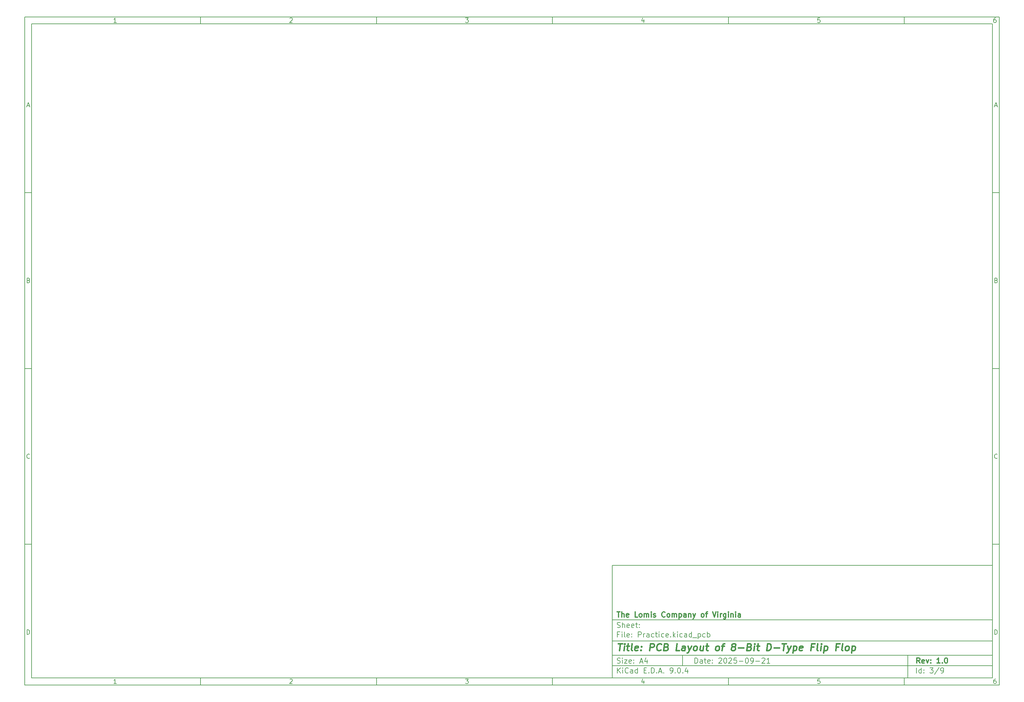
<source format=gbr>
%TF.GenerationSoftware,KiCad,Pcbnew,9.0.4*%
%TF.CreationDate,2025-09-21T01:40:17-04:00*%
%TF.ProjectId,Practice,50726163-7469-4636-952e-6b696361645f,1.0*%
%TF.SameCoordinates,Original*%
%TF.FileFunction,Paste,Top*%
%TF.FilePolarity,Positive*%
%FSLAX46Y46*%
G04 Gerber Fmt 4.6, Leading zero omitted, Abs format (unit mm)*
G04 Created by KiCad (PCBNEW 9.0.4) date 2025-09-21 01:40:17*
%MOMM*%
%LPD*%
G01*
G04 APERTURE LIST*
%ADD10C,0.100000*%
%ADD11C,0.150000*%
%ADD12C,0.300000*%
%ADD13C,0.400000*%
G04 APERTURE END LIST*
D10*
D11*
X177002200Y-166007200D02*
X285002200Y-166007200D01*
X285002200Y-198007200D01*
X177002200Y-198007200D01*
X177002200Y-166007200D01*
D10*
D11*
X10000000Y-10000000D02*
X287002200Y-10000000D01*
X287002200Y-200007200D01*
X10000000Y-200007200D01*
X10000000Y-10000000D01*
D10*
D11*
X12000000Y-12000000D02*
X285002200Y-12000000D01*
X285002200Y-198007200D01*
X12000000Y-198007200D01*
X12000000Y-12000000D01*
D10*
D11*
X60000000Y-12000000D02*
X60000000Y-10000000D01*
D10*
D11*
X110000000Y-12000000D02*
X110000000Y-10000000D01*
D10*
D11*
X160000000Y-12000000D02*
X160000000Y-10000000D01*
D10*
D11*
X210000000Y-12000000D02*
X210000000Y-10000000D01*
D10*
D11*
X260000000Y-12000000D02*
X260000000Y-10000000D01*
D10*
D11*
X36089160Y-11593604D02*
X35346303Y-11593604D01*
X35717731Y-11593604D02*
X35717731Y-10293604D01*
X35717731Y-10293604D02*
X35593922Y-10479319D01*
X35593922Y-10479319D02*
X35470112Y-10603128D01*
X35470112Y-10603128D02*
X35346303Y-10665033D01*
D10*
D11*
X85346303Y-10417414D02*
X85408207Y-10355509D01*
X85408207Y-10355509D02*
X85532017Y-10293604D01*
X85532017Y-10293604D02*
X85841541Y-10293604D01*
X85841541Y-10293604D02*
X85965350Y-10355509D01*
X85965350Y-10355509D02*
X86027255Y-10417414D01*
X86027255Y-10417414D02*
X86089160Y-10541223D01*
X86089160Y-10541223D02*
X86089160Y-10665033D01*
X86089160Y-10665033D02*
X86027255Y-10850747D01*
X86027255Y-10850747D02*
X85284398Y-11593604D01*
X85284398Y-11593604D02*
X86089160Y-11593604D01*
D10*
D11*
X135284398Y-10293604D02*
X136089160Y-10293604D01*
X136089160Y-10293604D02*
X135655826Y-10788842D01*
X135655826Y-10788842D02*
X135841541Y-10788842D01*
X135841541Y-10788842D02*
X135965350Y-10850747D01*
X135965350Y-10850747D02*
X136027255Y-10912652D01*
X136027255Y-10912652D02*
X136089160Y-11036461D01*
X136089160Y-11036461D02*
X136089160Y-11345985D01*
X136089160Y-11345985D02*
X136027255Y-11469795D01*
X136027255Y-11469795D02*
X135965350Y-11531700D01*
X135965350Y-11531700D02*
X135841541Y-11593604D01*
X135841541Y-11593604D02*
X135470112Y-11593604D01*
X135470112Y-11593604D02*
X135346303Y-11531700D01*
X135346303Y-11531700D02*
X135284398Y-11469795D01*
D10*
D11*
X185965350Y-10726938D02*
X185965350Y-11593604D01*
X185655826Y-10231700D02*
X185346303Y-11160271D01*
X185346303Y-11160271D02*
X186151064Y-11160271D01*
D10*
D11*
X236027255Y-10293604D02*
X235408207Y-10293604D01*
X235408207Y-10293604D02*
X235346303Y-10912652D01*
X235346303Y-10912652D02*
X235408207Y-10850747D01*
X235408207Y-10850747D02*
X235532017Y-10788842D01*
X235532017Y-10788842D02*
X235841541Y-10788842D01*
X235841541Y-10788842D02*
X235965350Y-10850747D01*
X235965350Y-10850747D02*
X236027255Y-10912652D01*
X236027255Y-10912652D02*
X236089160Y-11036461D01*
X236089160Y-11036461D02*
X236089160Y-11345985D01*
X236089160Y-11345985D02*
X236027255Y-11469795D01*
X236027255Y-11469795D02*
X235965350Y-11531700D01*
X235965350Y-11531700D02*
X235841541Y-11593604D01*
X235841541Y-11593604D02*
X235532017Y-11593604D01*
X235532017Y-11593604D02*
X235408207Y-11531700D01*
X235408207Y-11531700D02*
X235346303Y-11469795D01*
D10*
D11*
X285965350Y-10293604D02*
X285717731Y-10293604D01*
X285717731Y-10293604D02*
X285593922Y-10355509D01*
X285593922Y-10355509D02*
X285532017Y-10417414D01*
X285532017Y-10417414D02*
X285408207Y-10603128D01*
X285408207Y-10603128D02*
X285346303Y-10850747D01*
X285346303Y-10850747D02*
X285346303Y-11345985D01*
X285346303Y-11345985D02*
X285408207Y-11469795D01*
X285408207Y-11469795D02*
X285470112Y-11531700D01*
X285470112Y-11531700D02*
X285593922Y-11593604D01*
X285593922Y-11593604D02*
X285841541Y-11593604D01*
X285841541Y-11593604D02*
X285965350Y-11531700D01*
X285965350Y-11531700D02*
X286027255Y-11469795D01*
X286027255Y-11469795D02*
X286089160Y-11345985D01*
X286089160Y-11345985D02*
X286089160Y-11036461D01*
X286089160Y-11036461D02*
X286027255Y-10912652D01*
X286027255Y-10912652D02*
X285965350Y-10850747D01*
X285965350Y-10850747D02*
X285841541Y-10788842D01*
X285841541Y-10788842D02*
X285593922Y-10788842D01*
X285593922Y-10788842D02*
X285470112Y-10850747D01*
X285470112Y-10850747D02*
X285408207Y-10912652D01*
X285408207Y-10912652D02*
X285346303Y-11036461D01*
D10*
D11*
X60000000Y-198007200D02*
X60000000Y-200007200D01*
D10*
D11*
X110000000Y-198007200D02*
X110000000Y-200007200D01*
D10*
D11*
X160000000Y-198007200D02*
X160000000Y-200007200D01*
D10*
D11*
X210000000Y-198007200D02*
X210000000Y-200007200D01*
D10*
D11*
X260000000Y-198007200D02*
X260000000Y-200007200D01*
D10*
D11*
X36089160Y-199600804D02*
X35346303Y-199600804D01*
X35717731Y-199600804D02*
X35717731Y-198300804D01*
X35717731Y-198300804D02*
X35593922Y-198486519D01*
X35593922Y-198486519D02*
X35470112Y-198610328D01*
X35470112Y-198610328D02*
X35346303Y-198672233D01*
D10*
D11*
X85346303Y-198424614D02*
X85408207Y-198362709D01*
X85408207Y-198362709D02*
X85532017Y-198300804D01*
X85532017Y-198300804D02*
X85841541Y-198300804D01*
X85841541Y-198300804D02*
X85965350Y-198362709D01*
X85965350Y-198362709D02*
X86027255Y-198424614D01*
X86027255Y-198424614D02*
X86089160Y-198548423D01*
X86089160Y-198548423D02*
X86089160Y-198672233D01*
X86089160Y-198672233D02*
X86027255Y-198857947D01*
X86027255Y-198857947D02*
X85284398Y-199600804D01*
X85284398Y-199600804D02*
X86089160Y-199600804D01*
D10*
D11*
X135284398Y-198300804D02*
X136089160Y-198300804D01*
X136089160Y-198300804D02*
X135655826Y-198796042D01*
X135655826Y-198796042D02*
X135841541Y-198796042D01*
X135841541Y-198796042D02*
X135965350Y-198857947D01*
X135965350Y-198857947D02*
X136027255Y-198919852D01*
X136027255Y-198919852D02*
X136089160Y-199043661D01*
X136089160Y-199043661D02*
X136089160Y-199353185D01*
X136089160Y-199353185D02*
X136027255Y-199476995D01*
X136027255Y-199476995D02*
X135965350Y-199538900D01*
X135965350Y-199538900D02*
X135841541Y-199600804D01*
X135841541Y-199600804D02*
X135470112Y-199600804D01*
X135470112Y-199600804D02*
X135346303Y-199538900D01*
X135346303Y-199538900D02*
X135284398Y-199476995D01*
D10*
D11*
X185965350Y-198734138D02*
X185965350Y-199600804D01*
X185655826Y-198238900D02*
X185346303Y-199167471D01*
X185346303Y-199167471D02*
X186151064Y-199167471D01*
D10*
D11*
X236027255Y-198300804D02*
X235408207Y-198300804D01*
X235408207Y-198300804D02*
X235346303Y-198919852D01*
X235346303Y-198919852D02*
X235408207Y-198857947D01*
X235408207Y-198857947D02*
X235532017Y-198796042D01*
X235532017Y-198796042D02*
X235841541Y-198796042D01*
X235841541Y-198796042D02*
X235965350Y-198857947D01*
X235965350Y-198857947D02*
X236027255Y-198919852D01*
X236027255Y-198919852D02*
X236089160Y-199043661D01*
X236089160Y-199043661D02*
X236089160Y-199353185D01*
X236089160Y-199353185D02*
X236027255Y-199476995D01*
X236027255Y-199476995D02*
X235965350Y-199538900D01*
X235965350Y-199538900D02*
X235841541Y-199600804D01*
X235841541Y-199600804D02*
X235532017Y-199600804D01*
X235532017Y-199600804D02*
X235408207Y-199538900D01*
X235408207Y-199538900D02*
X235346303Y-199476995D01*
D10*
D11*
X285965350Y-198300804D02*
X285717731Y-198300804D01*
X285717731Y-198300804D02*
X285593922Y-198362709D01*
X285593922Y-198362709D02*
X285532017Y-198424614D01*
X285532017Y-198424614D02*
X285408207Y-198610328D01*
X285408207Y-198610328D02*
X285346303Y-198857947D01*
X285346303Y-198857947D02*
X285346303Y-199353185D01*
X285346303Y-199353185D02*
X285408207Y-199476995D01*
X285408207Y-199476995D02*
X285470112Y-199538900D01*
X285470112Y-199538900D02*
X285593922Y-199600804D01*
X285593922Y-199600804D02*
X285841541Y-199600804D01*
X285841541Y-199600804D02*
X285965350Y-199538900D01*
X285965350Y-199538900D02*
X286027255Y-199476995D01*
X286027255Y-199476995D02*
X286089160Y-199353185D01*
X286089160Y-199353185D02*
X286089160Y-199043661D01*
X286089160Y-199043661D02*
X286027255Y-198919852D01*
X286027255Y-198919852D02*
X285965350Y-198857947D01*
X285965350Y-198857947D02*
X285841541Y-198796042D01*
X285841541Y-198796042D02*
X285593922Y-198796042D01*
X285593922Y-198796042D02*
X285470112Y-198857947D01*
X285470112Y-198857947D02*
X285408207Y-198919852D01*
X285408207Y-198919852D02*
X285346303Y-199043661D01*
D10*
D11*
X10000000Y-60000000D02*
X12000000Y-60000000D01*
D10*
D11*
X10000000Y-110000000D02*
X12000000Y-110000000D01*
D10*
D11*
X10000000Y-160000000D02*
X12000000Y-160000000D01*
D10*
D11*
X10690476Y-35222176D02*
X11309523Y-35222176D01*
X10566666Y-35593604D02*
X10999999Y-34293604D01*
X10999999Y-34293604D02*
X11433333Y-35593604D01*
D10*
D11*
X11092857Y-84912652D02*
X11278571Y-84974557D01*
X11278571Y-84974557D02*
X11340476Y-85036461D01*
X11340476Y-85036461D02*
X11402380Y-85160271D01*
X11402380Y-85160271D02*
X11402380Y-85345985D01*
X11402380Y-85345985D02*
X11340476Y-85469795D01*
X11340476Y-85469795D02*
X11278571Y-85531700D01*
X11278571Y-85531700D02*
X11154761Y-85593604D01*
X11154761Y-85593604D02*
X10659523Y-85593604D01*
X10659523Y-85593604D02*
X10659523Y-84293604D01*
X10659523Y-84293604D02*
X11092857Y-84293604D01*
X11092857Y-84293604D02*
X11216666Y-84355509D01*
X11216666Y-84355509D02*
X11278571Y-84417414D01*
X11278571Y-84417414D02*
X11340476Y-84541223D01*
X11340476Y-84541223D02*
X11340476Y-84665033D01*
X11340476Y-84665033D02*
X11278571Y-84788842D01*
X11278571Y-84788842D02*
X11216666Y-84850747D01*
X11216666Y-84850747D02*
X11092857Y-84912652D01*
X11092857Y-84912652D02*
X10659523Y-84912652D01*
D10*
D11*
X11402380Y-135469795D02*
X11340476Y-135531700D01*
X11340476Y-135531700D02*
X11154761Y-135593604D01*
X11154761Y-135593604D02*
X11030952Y-135593604D01*
X11030952Y-135593604D02*
X10845238Y-135531700D01*
X10845238Y-135531700D02*
X10721428Y-135407890D01*
X10721428Y-135407890D02*
X10659523Y-135284080D01*
X10659523Y-135284080D02*
X10597619Y-135036461D01*
X10597619Y-135036461D02*
X10597619Y-134850747D01*
X10597619Y-134850747D02*
X10659523Y-134603128D01*
X10659523Y-134603128D02*
X10721428Y-134479319D01*
X10721428Y-134479319D02*
X10845238Y-134355509D01*
X10845238Y-134355509D02*
X11030952Y-134293604D01*
X11030952Y-134293604D02*
X11154761Y-134293604D01*
X11154761Y-134293604D02*
X11340476Y-134355509D01*
X11340476Y-134355509D02*
X11402380Y-134417414D01*
D10*
D11*
X10659523Y-185593604D02*
X10659523Y-184293604D01*
X10659523Y-184293604D02*
X10969047Y-184293604D01*
X10969047Y-184293604D02*
X11154761Y-184355509D01*
X11154761Y-184355509D02*
X11278571Y-184479319D01*
X11278571Y-184479319D02*
X11340476Y-184603128D01*
X11340476Y-184603128D02*
X11402380Y-184850747D01*
X11402380Y-184850747D02*
X11402380Y-185036461D01*
X11402380Y-185036461D02*
X11340476Y-185284080D01*
X11340476Y-185284080D02*
X11278571Y-185407890D01*
X11278571Y-185407890D02*
X11154761Y-185531700D01*
X11154761Y-185531700D02*
X10969047Y-185593604D01*
X10969047Y-185593604D02*
X10659523Y-185593604D01*
D10*
D11*
X287002200Y-60000000D02*
X285002200Y-60000000D01*
D10*
D11*
X287002200Y-110000000D02*
X285002200Y-110000000D01*
D10*
D11*
X287002200Y-160000000D02*
X285002200Y-160000000D01*
D10*
D11*
X285692676Y-35222176D02*
X286311723Y-35222176D01*
X285568866Y-35593604D02*
X286002199Y-34293604D01*
X286002199Y-34293604D02*
X286435533Y-35593604D01*
D10*
D11*
X286095057Y-84912652D02*
X286280771Y-84974557D01*
X286280771Y-84974557D02*
X286342676Y-85036461D01*
X286342676Y-85036461D02*
X286404580Y-85160271D01*
X286404580Y-85160271D02*
X286404580Y-85345985D01*
X286404580Y-85345985D02*
X286342676Y-85469795D01*
X286342676Y-85469795D02*
X286280771Y-85531700D01*
X286280771Y-85531700D02*
X286156961Y-85593604D01*
X286156961Y-85593604D02*
X285661723Y-85593604D01*
X285661723Y-85593604D02*
X285661723Y-84293604D01*
X285661723Y-84293604D02*
X286095057Y-84293604D01*
X286095057Y-84293604D02*
X286218866Y-84355509D01*
X286218866Y-84355509D02*
X286280771Y-84417414D01*
X286280771Y-84417414D02*
X286342676Y-84541223D01*
X286342676Y-84541223D02*
X286342676Y-84665033D01*
X286342676Y-84665033D02*
X286280771Y-84788842D01*
X286280771Y-84788842D02*
X286218866Y-84850747D01*
X286218866Y-84850747D02*
X286095057Y-84912652D01*
X286095057Y-84912652D02*
X285661723Y-84912652D01*
D10*
D11*
X286404580Y-135469795D02*
X286342676Y-135531700D01*
X286342676Y-135531700D02*
X286156961Y-135593604D01*
X286156961Y-135593604D02*
X286033152Y-135593604D01*
X286033152Y-135593604D02*
X285847438Y-135531700D01*
X285847438Y-135531700D02*
X285723628Y-135407890D01*
X285723628Y-135407890D02*
X285661723Y-135284080D01*
X285661723Y-135284080D02*
X285599819Y-135036461D01*
X285599819Y-135036461D02*
X285599819Y-134850747D01*
X285599819Y-134850747D02*
X285661723Y-134603128D01*
X285661723Y-134603128D02*
X285723628Y-134479319D01*
X285723628Y-134479319D02*
X285847438Y-134355509D01*
X285847438Y-134355509D02*
X286033152Y-134293604D01*
X286033152Y-134293604D02*
X286156961Y-134293604D01*
X286156961Y-134293604D02*
X286342676Y-134355509D01*
X286342676Y-134355509D02*
X286404580Y-134417414D01*
D10*
D11*
X285661723Y-185593604D02*
X285661723Y-184293604D01*
X285661723Y-184293604D02*
X285971247Y-184293604D01*
X285971247Y-184293604D02*
X286156961Y-184355509D01*
X286156961Y-184355509D02*
X286280771Y-184479319D01*
X286280771Y-184479319D02*
X286342676Y-184603128D01*
X286342676Y-184603128D02*
X286404580Y-184850747D01*
X286404580Y-184850747D02*
X286404580Y-185036461D01*
X286404580Y-185036461D02*
X286342676Y-185284080D01*
X286342676Y-185284080D02*
X286280771Y-185407890D01*
X286280771Y-185407890D02*
X286156961Y-185531700D01*
X286156961Y-185531700D02*
X285971247Y-185593604D01*
X285971247Y-185593604D02*
X285661723Y-185593604D01*
D10*
D11*
X200458026Y-193793328D02*
X200458026Y-192293328D01*
X200458026Y-192293328D02*
X200815169Y-192293328D01*
X200815169Y-192293328D02*
X201029455Y-192364757D01*
X201029455Y-192364757D02*
X201172312Y-192507614D01*
X201172312Y-192507614D02*
X201243741Y-192650471D01*
X201243741Y-192650471D02*
X201315169Y-192936185D01*
X201315169Y-192936185D02*
X201315169Y-193150471D01*
X201315169Y-193150471D02*
X201243741Y-193436185D01*
X201243741Y-193436185D02*
X201172312Y-193579042D01*
X201172312Y-193579042D02*
X201029455Y-193721900D01*
X201029455Y-193721900D02*
X200815169Y-193793328D01*
X200815169Y-193793328D02*
X200458026Y-193793328D01*
X202600884Y-193793328D02*
X202600884Y-193007614D01*
X202600884Y-193007614D02*
X202529455Y-192864757D01*
X202529455Y-192864757D02*
X202386598Y-192793328D01*
X202386598Y-192793328D02*
X202100884Y-192793328D01*
X202100884Y-192793328D02*
X201958026Y-192864757D01*
X202600884Y-193721900D02*
X202458026Y-193793328D01*
X202458026Y-193793328D02*
X202100884Y-193793328D01*
X202100884Y-193793328D02*
X201958026Y-193721900D01*
X201958026Y-193721900D02*
X201886598Y-193579042D01*
X201886598Y-193579042D02*
X201886598Y-193436185D01*
X201886598Y-193436185D02*
X201958026Y-193293328D01*
X201958026Y-193293328D02*
X202100884Y-193221900D01*
X202100884Y-193221900D02*
X202458026Y-193221900D01*
X202458026Y-193221900D02*
X202600884Y-193150471D01*
X203100884Y-192793328D02*
X203672312Y-192793328D01*
X203315169Y-192293328D02*
X203315169Y-193579042D01*
X203315169Y-193579042D02*
X203386598Y-193721900D01*
X203386598Y-193721900D02*
X203529455Y-193793328D01*
X203529455Y-193793328D02*
X203672312Y-193793328D01*
X204743741Y-193721900D02*
X204600884Y-193793328D01*
X204600884Y-193793328D02*
X204315170Y-193793328D01*
X204315170Y-193793328D02*
X204172312Y-193721900D01*
X204172312Y-193721900D02*
X204100884Y-193579042D01*
X204100884Y-193579042D02*
X204100884Y-193007614D01*
X204100884Y-193007614D02*
X204172312Y-192864757D01*
X204172312Y-192864757D02*
X204315170Y-192793328D01*
X204315170Y-192793328D02*
X204600884Y-192793328D01*
X204600884Y-192793328D02*
X204743741Y-192864757D01*
X204743741Y-192864757D02*
X204815170Y-193007614D01*
X204815170Y-193007614D02*
X204815170Y-193150471D01*
X204815170Y-193150471D02*
X204100884Y-193293328D01*
X205458026Y-193650471D02*
X205529455Y-193721900D01*
X205529455Y-193721900D02*
X205458026Y-193793328D01*
X205458026Y-193793328D02*
X205386598Y-193721900D01*
X205386598Y-193721900D02*
X205458026Y-193650471D01*
X205458026Y-193650471D02*
X205458026Y-193793328D01*
X205458026Y-192864757D02*
X205529455Y-192936185D01*
X205529455Y-192936185D02*
X205458026Y-193007614D01*
X205458026Y-193007614D02*
X205386598Y-192936185D01*
X205386598Y-192936185D02*
X205458026Y-192864757D01*
X205458026Y-192864757D02*
X205458026Y-193007614D01*
X207243741Y-192436185D02*
X207315169Y-192364757D01*
X207315169Y-192364757D02*
X207458027Y-192293328D01*
X207458027Y-192293328D02*
X207815169Y-192293328D01*
X207815169Y-192293328D02*
X207958027Y-192364757D01*
X207958027Y-192364757D02*
X208029455Y-192436185D01*
X208029455Y-192436185D02*
X208100884Y-192579042D01*
X208100884Y-192579042D02*
X208100884Y-192721900D01*
X208100884Y-192721900D02*
X208029455Y-192936185D01*
X208029455Y-192936185D02*
X207172312Y-193793328D01*
X207172312Y-193793328D02*
X208100884Y-193793328D01*
X209029455Y-192293328D02*
X209172312Y-192293328D01*
X209172312Y-192293328D02*
X209315169Y-192364757D01*
X209315169Y-192364757D02*
X209386598Y-192436185D01*
X209386598Y-192436185D02*
X209458026Y-192579042D01*
X209458026Y-192579042D02*
X209529455Y-192864757D01*
X209529455Y-192864757D02*
X209529455Y-193221900D01*
X209529455Y-193221900D02*
X209458026Y-193507614D01*
X209458026Y-193507614D02*
X209386598Y-193650471D01*
X209386598Y-193650471D02*
X209315169Y-193721900D01*
X209315169Y-193721900D02*
X209172312Y-193793328D01*
X209172312Y-193793328D02*
X209029455Y-193793328D01*
X209029455Y-193793328D02*
X208886598Y-193721900D01*
X208886598Y-193721900D02*
X208815169Y-193650471D01*
X208815169Y-193650471D02*
X208743740Y-193507614D01*
X208743740Y-193507614D02*
X208672312Y-193221900D01*
X208672312Y-193221900D02*
X208672312Y-192864757D01*
X208672312Y-192864757D02*
X208743740Y-192579042D01*
X208743740Y-192579042D02*
X208815169Y-192436185D01*
X208815169Y-192436185D02*
X208886598Y-192364757D01*
X208886598Y-192364757D02*
X209029455Y-192293328D01*
X210100883Y-192436185D02*
X210172311Y-192364757D01*
X210172311Y-192364757D02*
X210315169Y-192293328D01*
X210315169Y-192293328D02*
X210672311Y-192293328D01*
X210672311Y-192293328D02*
X210815169Y-192364757D01*
X210815169Y-192364757D02*
X210886597Y-192436185D01*
X210886597Y-192436185D02*
X210958026Y-192579042D01*
X210958026Y-192579042D02*
X210958026Y-192721900D01*
X210958026Y-192721900D02*
X210886597Y-192936185D01*
X210886597Y-192936185D02*
X210029454Y-193793328D01*
X210029454Y-193793328D02*
X210958026Y-193793328D01*
X212315168Y-192293328D02*
X211600882Y-192293328D01*
X211600882Y-192293328D02*
X211529454Y-193007614D01*
X211529454Y-193007614D02*
X211600882Y-192936185D01*
X211600882Y-192936185D02*
X211743740Y-192864757D01*
X211743740Y-192864757D02*
X212100882Y-192864757D01*
X212100882Y-192864757D02*
X212243740Y-192936185D01*
X212243740Y-192936185D02*
X212315168Y-193007614D01*
X212315168Y-193007614D02*
X212386597Y-193150471D01*
X212386597Y-193150471D02*
X212386597Y-193507614D01*
X212386597Y-193507614D02*
X212315168Y-193650471D01*
X212315168Y-193650471D02*
X212243740Y-193721900D01*
X212243740Y-193721900D02*
X212100882Y-193793328D01*
X212100882Y-193793328D02*
X211743740Y-193793328D01*
X211743740Y-193793328D02*
X211600882Y-193721900D01*
X211600882Y-193721900D02*
X211529454Y-193650471D01*
X213029453Y-193221900D02*
X214172311Y-193221900D01*
X215172311Y-192293328D02*
X215315168Y-192293328D01*
X215315168Y-192293328D02*
X215458025Y-192364757D01*
X215458025Y-192364757D02*
X215529454Y-192436185D01*
X215529454Y-192436185D02*
X215600882Y-192579042D01*
X215600882Y-192579042D02*
X215672311Y-192864757D01*
X215672311Y-192864757D02*
X215672311Y-193221900D01*
X215672311Y-193221900D02*
X215600882Y-193507614D01*
X215600882Y-193507614D02*
X215529454Y-193650471D01*
X215529454Y-193650471D02*
X215458025Y-193721900D01*
X215458025Y-193721900D02*
X215315168Y-193793328D01*
X215315168Y-193793328D02*
X215172311Y-193793328D01*
X215172311Y-193793328D02*
X215029454Y-193721900D01*
X215029454Y-193721900D02*
X214958025Y-193650471D01*
X214958025Y-193650471D02*
X214886596Y-193507614D01*
X214886596Y-193507614D02*
X214815168Y-193221900D01*
X214815168Y-193221900D02*
X214815168Y-192864757D01*
X214815168Y-192864757D02*
X214886596Y-192579042D01*
X214886596Y-192579042D02*
X214958025Y-192436185D01*
X214958025Y-192436185D02*
X215029454Y-192364757D01*
X215029454Y-192364757D02*
X215172311Y-192293328D01*
X216386596Y-193793328D02*
X216672310Y-193793328D01*
X216672310Y-193793328D02*
X216815167Y-193721900D01*
X216815167Y-193721900D02*
X216886596Y-193650471D01*
X216886596Y-193650471D02*
X217029453Y-193436185D01*
X217029453Y-193436185D02*
X217100882Y-193150471D01*
X217100882Y-193150471D02*
X217100882Y-192579042D01*
X217100882Y-192579042D02*
X217029453Y-192436185D01*
X217029453Y-192436185D02*
X216958025Y-192364757D01*
X216958025Y-192364757D02*
X216815167Y-192293328D01*
X216815167Y-192293328D02*
X216529453Y-192293328D01*
X216529453Y-192293328D02*
X216386596Y-192364757D01*
X216386596Y-192364757D02*
X216315167Y-192436185D01*
X216315167Y-192436185D02*
X216243739Y-192579042D01*
X216243739Y-192579042D02*
X216243739Y-192936185D01*
X216243739Y-192936185D02*
X216315167Y-193079042D01*
X216315167Y-193079042D02*
X216386596Y-193150471D01*
X216386596Y-193150471D02*
X216529453Y-193221900D01*
X216529453Y-193221900D02*
X216815167Y-193221900D01*
X216815167Y-193221900D02*
X216958025Y-193150471D01*
X216958025Y-193150471D02*
X217029453Y-193079042D01*
X217029453Y-193079042D02*
X217100882Y-192936185D01*
X217743738Y-193221900D02*
X218886596Y-193221900D01*
X219529453Y-192436185D02*
X219600881Y-192364757D01*
X219600881Y-192364757D02*
X219743739Y-192293328D01*
X219743739Y-192293328D02*
X220100881Y-192293328D01*
X220100881Y-192293328D02*
X220243739Y-192364757D01*
X220243739Y-192364757D02*
X220315167Y-192436185D01*
X220315167Y-192436185D02*
X220386596Y-192579042D01*
X220386596Y-192579042D02*
X220386596Y-192721900D01*
X220386596Y-192721900D02*
X220315167Y-192936185D01*
X220315167Y-192936185D02*
X219458024Y-193793328D01*
X219458024Y-193793328D02*
X220386596Y-193793328D01*
X221815167Y-193793328D02*
X220958024Y-193793328D01*
X221386595Y-193793328D02*
X221386595Y-192293328D01*
X221386595Y-192293328D02*
X221243738Y-192507614D01*
X221243738Y-192507614D02*
X221100881Y-192650471D01*
X221100881Y-192650471D02*
X220958024Y-192721900D01*
D10*
D11*
X177002200Y-194507200D02*
X285002200Y-194507200D01*
D10*
D11*
X178458026Y-196593328D02*
X178458026Y-195093328D01*
X179315169Y-196593328D02*
X178672312Y-195736185D01*
X179315169Y-195093328D02*
X178458026Y-195950471D01*
X179958026Y-196593328D02*
X179958026Y-195593328D01*
X179958026Y-195093328D02*
X179886598Y-195164757D01*
X179886598Y-195164757D02*
X179958026Y-195236185D01*
X179958026Y-195236185D02*
X180029455Y-195164757D01*
X180029455Y-195164757D02*
X179958026Y-195093328D01*
X179958026Y-195093328D02*
X179958026Y-195236185D01*
X181529455Y-196450471D02*
X181458027Y-196521900D01*
X181458027Y-196521900D02*
X181243741Y-196593328D01*
X181243741Y-196593328D02*
X181100884Y-196593328D01*
X181100884Y-196593328D02*
X180886598Y-196521900D01*
X180886598Y-196521900D02*
X180743741Y-196379042D01*
X180743741Y-196379042D02*
X180672312Y-196236185D01*
X180672312Y-196236185D02*
X180600884Y-195950471D01*
X180600884Y-195950471D02*
X180600884Y-195736185D01*
X180600884Y-195736185D02*
X180672312Y-195450471D01*
X180672312Y-195450471D02*
X180743741Y-195307614D01*
X180743741Y-195307614D02*
X180886598Y-195164757D01*
X180886598Y-195164757D02*
X181100884Y-195093328D01*
X181100884Y-195093328D02*
X181243741Y-195093328D01*
X181243741Y-195093328D02*
X181458027Y-195164757D01*
X181458027Y-195164757D02*
X181529455Y-195236185D01*
X182815170Y-196593328D02*
X182815170Y-195807614D01*
X182815170Y-195807614D02*
X182743741Y-195664757D01*
X182743741Y-195664757D02*
X182600884Y-195593328D01*
X182600884Y-195593328D02*
X182315170Y-195593328D01*
X182315170Y-195593328D02*
X182172312Y-195664757D01*
X182815170Y-196521900D02*
X182672312Y-196593328D01*
X182672312Y-196593328D02*
X182315170Y-196593328D01*
X182315170Y-196593328D02*
X182172312Y-196521900D01*
X182172312Y-196521900D02*
X182100884Y-196379042D01*
X182100884Y-196379042D02*
X182100884Y-196236185D01*
X182100884Y-196236185D02*
X182172312Y-196093328D01*
X182172312Y-196093328D02*
X182315170Y-196021900D01*
X182315170Y-196021900D02*
X182672312Y-196021900D01*
X182672312Y-196021900D02*
X182815170Y-195950471D01*
X184172313Y-196593328D02*
X184172313Y-195093328D01*
X184172313Y-196521900D02*
X184029455Y-196593328D01*
X184029455Y-196593328D02*
X183743741Y-196593328D01*
X183743741Y-196593328D02*
X183600884Y-196521900D01*
X183600884Y-196521900D02*
X183529455Y-196450471D01*
X183529455Y-196450471D02*
X183458027Y-196307614D01*
X183458027Y-196307614D02*
X183458027Y-195879042D01*
X183458027Y-195879042D02*
X183529455Y-195736185D01*
X183529455Y-195736185D02*
X183600884Y-195664757D01*
X183600884Y-195664757D02*
X183743741Y-195593328D01*
X183743741Y-195593328D02*
X184029455Y-195593328D01*
X184029455Y-195593328D02*
X184172313Y-195664757D01*
X186029455Y-195807614D02*
X186529455Y-195807614D01*
X186743741Y-196593328D02*
X186029455Y-196593328D01*
X186029455Y-196593328D02*
X186029455Y-195093328D01*
X186029455Y-195093328D02*
X186743741Y-195093328D01*
X187386598Y-196450471D02*
X187458027Y-196521900D01*
X187458027Y-196521900D02*
X187386598Y-196593328D01*
X187386598Y-196593328D02*
X187315170Y-196521900D01*
X187315170Y-196521900D02*
X187386598Y-196450471D01*
X187386598Y-196450471D02*
X187386598Y-196593328D01*
X188100884Y-196593328D02*
X188100884Y-195093328D01*
X188100884Y-195093328D02*
X188458027Y-195093328D01*
X188458027Y-195093328D02*
X188672313Y-195164757D01*
X188672313Y-195164757D02*
X188815170Y-195307614D01*
X188815170Y-195307614D02*
X188886599Y-195450471D01*
X188886599Y-195450471D02*
X188958027Y-195736185D01*
X188958027Y-195736185D02*
X188958027Y-195950471D01*
X188958027Y-195950471D02*
X188886599Y-196236185D01*
X188886599Y-196236185D02*
X188815170Y-196379042D01*
X188815170Y-196379042D02*
X188672313Y-196521900D01*
X188672313Y-196521900D02*
X188458027Y-196593328D01*
X188458027Y-196593328D02*
X188100884Y-196593328D01*
X189600884Y-196450471D02*
X189672313Y-196521900D01*
X189672313Y-196521900D02*
X189600884Y-196593328D01*
X189600884Y-196593328D02*
X189529456Y-196521900D01*
X189529456Y-196521900D02*
X189600884Y-196450471D01*
X189600884Y-196450471D02*
X189600884Y-196593328D01*
X190243742Y-196164757D02*
X190958028Y-196164757D01*
X190100885Y-196593328D02*
X190600885Y-195093328D01*
X190600885Y-195093328D02*
X191100885Y-196593328D01*
X191600884Y-196450471D02*
X191672313Y-196521900D01*
X191672313Y-196521900D02*
X191600884Y-196593328D01*
X191600884Y-196593328D02*
X191529456Y-196521900D01*
X191529456Y-196521900D02*
X191600884Y-196450471D01*
X191600884Y-196450471D02*
X191600884Y-196593328D01*
X193529456Y-196593328D02*
X193815170Y-196593328D01*
X193815170Y-196593328D02*
X193958027Y-196521900D01*
X193958027Y-196521900D02*
X194029456Y-196450471D01*
X194029456Y-196450471D02*
X194172313Y-196236185D01*
X194172313Y-196236185D02*
X194243742Y-195950471D01*
X194243742Y-195950471D02*
X194243742Y-195379042D01*
X194243742Y-195379042D02*
X194172313Y-195236185D01*
X194172313Y-195236185D02*
X194100885Y-195164757D01*
X194100885Y-195164757D02*
X193958027Y-195093328D01*
X193958027Y-195093328D02*
X193672313Y-195093328D01*
X193672313Y-195093328D02*
X193529456Y-195164757D01*
X193529456Y-195164757D02*
X193458027Y-195236185D01*
X193458027Y-195236185D02*
X193386599Y-195379042D01*
X193386599Y-195379042D02*
X193386599Y-195736185D01*
X193386599Y-195736185D02*
X193458027Y-195879042D01*
X193458027Y-195879042D02*
X193529456Y-195950471D01*
X193529456Y-195950471D02*
X193672313Y-196021900D01*
X193672313Y-196021900D02*
X193958027Y-196021900D01*
X193958027Y-196021900D02*
X194100885Y-195950471D01*
X194100885Y-195950471D02*
X194172313Y-195879042D01*
X194172313Y-195879042D02*
X194243742Y-195736185D01*
X194886598Y-196450471D02*
X194958027Y-196521900D01*
X194958027Y-196521900D02*
X194886598Y-196593328D01*
X194886598Y-196593328D02*
X194815170Y-196521900D01*
X194815170Y-196521900D02*
X194886598Y-196450471D01*
X194886598Y-196450471D02*
X194886598Y-196593328D01*
X195886599Y-195093328D02*
X196029456Y-195093328D01*
X196029456Y-195093328D02*
X196172313Y-195164757D01*
X196172313Y-195164757D02*
X196243742Y-195236185D01*
X196243742Y-195236185D02*
X196315170Y-195379042D01*
X196315170Y-195379042D02*
X196386599Y-195664757D01*
X196386599Y-195664757D02*
X196386599Y-196021900D01*
X196386599Y-196021900D02*
X196315170Y-196307614D01*
X196315170Y-196307614D02*
X196243742Y-196450471D01*
X196243742Y-196450471D02*
X196172313Y-196521900D01*
X196172313Y-196521900D02*
X196029456Y-196593328D01*
X196029456Y-196593328D02*
X195886599Y-196593328D01*
X195886599Y-196593328D02*
X195743742Y-196521900D01*
X195743742Y-196521900D02*
X195672313Y-196450471D01*
X195672313Y-196450471D02*
X195600884Y-196307614D01*
X195600884Y-196307614D02*
X195529456Y-196021900D01*
X195529456Y-196021900D02*
X195529456Y-195664757D01*
X195529456Y-195664757D02*
X195600884Y-195379042D01*
X195600884Y-195379042D02*
X195672313Y-195236185D01*
X195672313Y-195236185D02*
X195743742Y-195164757D01*
X195743742Y-195164757D02*
X195886599Y-195093328D01*
X197029455Y-196450471D02*
X197100884Y-196521900D01*
X197100884Y-196521900D02*
X197029455Y-196593328D01*
X197029455Y-196593328D02*
X196958027Y-196521900D01*
X196958027Y-196521900D02*
X197029455Y-196450471D01*
X197029455Y-196450471D02*
X197029455Y-196593328D01*
X198386599Y-195593328D02*
X198386599Y-196593328D01*
X198029456Y-195021900D02*
X197672313Y-196093328D01*
X197672313Y-196093328D02*
X198600884Y-196093328D01*
D10*
D11*
X177002200Y-191507200D02*
X285002200Y-191507200D01*
D10*
D12*
X264413853Y-193785528D02*
X263913853Y-193071242D01*
X263556710Y-193785528D02*
X263556710Y-192285528D01*
X263556710Y-192285528D02*
X264128139Y-192285528D01*
X264128139Y-192285528D02*
X264270996Y-192356957D01*
X264270996Y-192356957D02*
X264342425Y-192428385D01*
X264342425Y-192428385D02*
X264413853Y-192571242D01*
X264413853Y-192571242D02*
X264413853Y-192785528D01*
X264413853Y-192785528D02*
X264342425Y-192928385D01*
X264342425Y-192928385D02*
X264270996Y-192999814D01*
X264270996Y-192999814D02*
X264128139Y-193071242D01*
X264128139Y-193071242D02*
X263556710Y-193071242D01*
X265628139Y-193714100D02*
X265485282Y-193785528D01*
X265485282Y-193785528D02*
X265199568Y-193785528D01*
X265199568Y-193785528D02*
X265056710Y-193714100D01*
X265056710Y-193714100D02*
X264985282Y-193571242D01*
X264985282Y-193571242D02*
X264985282Y-192999814D01*
X264985282Y-192999814D02*
X265056710Y-192856957D01*
X265056710Y-192856957D02*
X265199568Y-192785528D01*
X265199568Y-192785528D02*
X265485282Y-192785528D01*
X265485282Y-192785528D02*
X265628139Y-192856957D01*
X265628139Y-192856957D02*
X265699568Y-192999814D01*
X265699568Y-192999814D02*
X265699568Y-193142671D01*
X265699568Y-193142671D02*
X264985282Y-193285528D01*
X266199567Y-192785528D02*
X266556710Y-193785528D01*
X266556710Y-193785528D02*
X266913853Y-192785528D01*
X267485281Y-193642671D02*
X267556710Y-193714100D01*
X267556710Y-193714100D02*
X267485281Y-193785528D01*
X267485281Y-193785528D02*
X267413853Y-193714100D01*
X267413853Y-193714100D02*
X267485281Y-193642671D01*
X267485281Y-193642671D02*
X267485281Y-193785528D01*
X267485281Y-192856957D02*
X267556710Y-192928385D01*
X267556710Y-192928385D02*
X267485281Y-192999814D01*
X267485281Y-192999814D02*
X267413853Y-192928385D01*
X267413853Y-192928385D02*
X267485281Y-192856957D01*
X267485281Y-192856957D02*
X267485281Y-192999814D01*
X270128139Y-193785528D02*
X269270996Y-193785528D01*
X269699567Y-193785528D02*
X269699567Y-192285528D01*
X269699567Y-192285528D02*
X269556710Y-192499814D01*
X269556710Y-192499814D02*
X269413853Y-192642671D01*
X269413853Y-192642671D02*
X269270996Y-192714100D01*
X270770995Y-193642671D02*
X270842424Y-193714100D01*
X270842424Y-193714100D02*
X270770995Y-193785528D01*
X270770995Y-193785528D02*
X270699567Y-193714100D01*
X270699567Y-193714100D02*
X270770995Y-193642671D01*
X270770995Y-193642671D02*
X270770995Y-193785528D01*
X271770996Y-192285528D02*
X271913853Y-192285528D01*
X271913853Y-192285528D02*
X272056710Y-192356957D01*
X272056710Y-192356957D02*
X272128139Y-192428385D01*
X272128139Y-192428385D02*
X272199567Y-192571242D01*
X272199567Y-192571242D02*
X272270996Y-192856957D01*
X272270996Y-192856957D02*
X272270996Y-193214100D01*
X272270996Y-193214100D02*
X272199567Y-193499814D01*
X272199567Y-193499814D02*
X272128139Y-193642671D01*
X272128139Y-193642671D02*
X272056710Y-193714100D01*
X272056710Y-193714100D02*
X271913853Y-193785528D01*
X271913853Y-193785528D02*
X271770996Y-193785528D01*
X271770996Y-193785528D02*
X271628139Y-193714100D01*
X271628139Y-193714100D02*
X271556710Y-193642671D01*
X271556710Y-193642671D02*
X271485281Y-193499814D01*
X271485281Y-193499814D02*
X271413853Y-193214100D01*
X271413853Y-193214100D02*
X271413853Y-192856957D01*
X271413853Y-192856957D02*
X271485281Y-192571242D01*
X271485281Y-192571242D02*
X271556710Y-192428385D01*
X271556710Y-192428385D02*
X271628139Y-192356957D01*
X271628139Y-192356957D02*
X271770996Y-192285528D01*
D10*
D11*
X178386598Y-193721900D02*
X178600884Y-193793328D01*
X178600884Y-193793328D02*
X178958026Y-193793328D01*
X178958026Y-193793328D02*
X179100884Y-193721900D01*
X179100884Y-193721900D02*
X179172312Y-193650471D01*
X179172312Y-193650471D02*
X179243741Y-193507614D01*
X179243741Y-193507614D02*
X179243741Y-193364757D01*
X179243741Y-193364757D02*
X179172312Y-193221900D01*
X179172312Y-193221900D02*
X179100884Y-193150471D01*
X179100884Y-193150471D02*
X178958026Y-193079042D01*
X178958026Y-193079042D02*
X178672312Y-193007614D01*
X178672312Y-193007614D02*
X178529455Y-192936185D01*
X178529455Y-192936185D02*
X178458026Y-192864757D01*
X178458026Y-192864757D02*
X178386598Y-192721900D01*
X178386598Y-192721900D02*
X178386598Y-192579042D01*
X178386598Y-192579042D02*
X178458026Y-192436185D01*
X178458026Y-192436185D02*
X178529455Y-192364757D01*
X178529455Y-192364757D02*
X178672312Y-192293328D01*
X178672312Y-192293328D02*
X179029455Y-192293328D01*
X179029455Y-192293328D02*
X179243741Y-192364757D01*
X179886597Y-193793328D02*
X179886597Y-192793328D01*
X179886597Y-192293328D02*
X179815169Y-192364757D01*
X179815169Y-192364757D02*
X179886597Y-192436185D01*
X179886597Y-192436185D02*
X179958026Y-192364757D01*
X179958026Y-192364757D02*
X179886597Y-192293328D01*
X179886597Y-192293328D02*
X179886597Y-192436185D01*
X180458026Y-192793328D02*
X181243741Y-192793328D01*
X181243741Y-192793328D02*
X180458026Y-193793328D01*
X180458026Y-193793328D02*
X181243741Y-193793328D01*
X182386598Y-193721900D02*
X182243741Y-193793328D01*
X182243741Y-193793328D02*
X181958027Y-193793328D01*
X181958027Y-193793328D02*
X181815169Y-193721900D01*
X181815169Y-193721900D02*
X181743741Y-193579042D01*
X181743741Y-193579042D02*
X181743741Y-193007614D01*
X181743741Y-193007614D02*
X181815169Y-192864757D01*
X181815169Y-192864757D02*
X181958027Y-192793328D01*
X181958027Y-192793328D02*
X182243741Y-192793328D01*
X182243741Y-192793328D02*
X182386598Y-192864757D01*
X182386598Y-192864757D02*
X182458027Y-193007614D01*
X182458027Y-193007614D02*
X182458027Y-193150471D01*
X182458027Y-193150471D02*
X181743741Y-193293328D01*
X183100883Y-193650471D02*
X183172312Y-193721900D01*
X183172312Y-193721900D02*
X183100883Y-193793328D01*
X183100883Y-193793328D02*
X183029455Y-193721900D01*
X183029455Y-193721900D02*
X183100883Y-193650471D01*
X183100883Y-193650471D02*
X183100883Y-193793328D01*
X183100883Y-192864757D02*
X183172312Y-192936185D01*
X183172312Y-192936185D02*
X183100883Y-193007614D01*
X183100883Y-193007614D02*
X183029455Y-192936185D01*
X183029455Y-192936185D02*
X183100883Y-192864757D01*
X183100883Y-192864757D02*
X183100883Y-193007614D01*
X184886598Y-193364757D02*
X185600884Y-193364757D01*
X184743741Y-193793328D02*
X185243741Y-192293328D01*
X185243741Y-192293328D02*
X185743741Y-193793328D01*
X186886598Y-192793328D02*
X186886598Y-193793328D01*
X186529455Y-192221900D02*
X186172312Y-193293328D01*
X186172312Y-193293328D02*
X187100883Y-193293328D01*
D10*
D11*
X263458026Y-196593328D02*
X263458026Y-195093328D01*
X264815170Y-196593328D02*
X264815170Y-195093328D01*
X264815170Y-196521900D02*
X264672312Y-196593328D01*
X264672312Y-196593328D02*
X264386598Y-196593328D01*
X264386598Y-196593328D02*
X264243741Y-196521900D01*
X264243741Y-196521900D02*
X264172312Y-196450471D01*
X264172312Y-196450471D02*
X264100884Y-196307614D01*
X264100884Y-196307614D02*
X264100884Y-195879042D01*
X264100884Y-195879042D02*
X264172312Y-195736185D01*
X264172312Y-195736185D02*
X264243741Y-195664757D01*
X264243741Y-195664757D02*
X264386598Y-195593328D01*
X264386598Y-195593328D02*
X264672312Y-195593328D01*
X264672312Y-195593328D02*
X264815170Y-195664757D01*
X265529455Y-196450471D02*
X265600884Y-196521900D01*
X265600884Y-196521900D02*
X265529455Y-196593328D01*
X265529455Y-196593328D02*
X265458027Y-196521900D01*
X265458027Y-196521900D02*
X265529455Y-196450471D01*
X265529455Y-196450471D02*
X265529455Y-196593328D01*
X265529455Y-195664757D02*
X265600884Y-195736185D01*
X265600884Y-195736185D02*
X265529455Y-195807614D01*
X265529455Y-195807614D02*
X265458027Y-195736185D01*
X265458027Y-195736185D02*
X265529455Y-195664757D01*
X265529455Y-195664757D02*
X265529455Y-195807614D01*
X267243741Y-195093328D02*
X268172313Y-195093328D01*
X268172313Y-195093328D02*
X267672313Y-195664757D01*
X267672313Y-195664757D02*
X267886598Y-195664757D01*
X267886598Y-195664757D02*
X268029456Y-195736185D01*
X268029456Y-195736185D02*
X268100884Y-195807614D01*
X268100884Y-195807614D02*
X268172313Y-195950471D01*
X268172313Y-195950471D02*
X268172313Y-196307614D01*
X268172313Y-196307614D02*
X268100884Y-196450471D01*
X268100884Y-196450471D02*
X268029456Y-196521900D01*
X268029456Y-196521900D02*
X267886598Y-196593328D01*
X267886598Y-196593328D02*
X267458027Y-196593328D01*
X267458027Y-196593328D02*
X267315170Y-196521900D01*
X267315170Y-196521900D02*
X267243741Y-196450471D01*
X269886598Y-195021900D02*
X268600884Y-196950471D01*
X270458027Y-196593328D02*
X270743741Y-196593328D01*
X270743741Y-196593328D02*
X270886598Y-196521900D01*
X270886598Y-196521900D02*
X270958027Y-196450471D01*
X270958027Y-196450471D02*
X271100884Y-196236185D01*
X271100884Y-196236185D02*
X271172313Y-195950471D01*
X271172313Y-195950471D02*
X271172313Y-195379042D01*
X271172313Y-195379042D02*
X271100884Y-195236185D01*
X271100884Y-195236185D02*
X271029456Y-195164757D01*
X271029456Y-195164757D02*
X270886598Y-195093328D01*
X270886598Y-195093328D02*
X270600884Y-195093328D01*
X270600884Y-195093328D02*
X270458027Y-195164757D01*
X270458027Y-195164757D02*
X270386598Y-195236185D01*
X270386598Y-195236185D02*
X270315170Y-195379042D01*
X270315170Y-195379042D02*
X270315170Y-195736185D01*
X270315170Y-195736185D02*
X270386598Y-195879042D01*
X270386598Y-195879042D02*
X270458027Y-195950471D01*
X270458027Y-195950471D02*
X270600884Y-196021900D01*
X270600884Y-196021900D02*
X270886598Y-196021900D01*
X270886598Y-196021900D02*
X271029456Y-195950471D01*
X271029456Y-195950471D02*
X271100884Y-195879042D01*
X271100884Y-195879042D02*
X271172313Y-195736185D01*
D10*
D11*
X177002200Y-187507200D02*
X285002200Y-187507200D01*
D10*
D13*
X178693928Y-188211638D02*
X179836785Y-188211638D01*
X179015357Y-190211638D02*
X179265357Y-188211638D01*
X180253452Y-190211638D02*
X180420119Y-188878304D01*
X180503452Y-188211638D02*
X180396309Y-188306876D01*
X180396309Y-188306876D02*
X180479643Y-188402114D01*
X180479643Y-188402114D02*
X180586786Y-188306876D01*
X180586786Y-188306876D02*
X180503452Y-188211638D01*
X180503452Y-188211638D02*
X180479643Y-188402114D01*
X181086786Y-188878304D02*
X181848690Y-188878304D01*
X181455833Y-188211638D02*
X181241548Y-189925923D01*
X181241548Y-189925923D02*
X181312976Y-190116400D01*
X181312976Y-190116400D02*
X181491548Y-190211638D01*
X181491548Y-190211638D02*
X181682024Y-190211638D01*
X182634405Y-190211638D02*
X182455833Y-190116400D01*
X182455833Y-190116400D02*
X182384405Y-189925923D01*
X182384405Y-189925923D02*
X182598690Y-188211638D01*
X184170119Y-190116400D02*
X183967738Y-190211638D01*
X183967738Y-190211638D02*
X183586785Y-190211638D01*
X183586785Y-190211638D02*
X183408214Y-190116400D01*
X183408214Y-190116400D02*
X183336785Y-189925923D01*
X183336785Y-189925923D02*
X183432024Y-189164019D01*
X183432024Y-189164019D02*
X183551071Y-188973542D01*
X183551071Y-188973542D02*
X183753452Y-188878304D01*
X183753452Y-188878304D02*
X184134404Y-188878304D01*
X184134404Y-188878304D02*
X184312976Y-188973542D01*
X184312976Y-188973542D02*
X184384404Y-189164019D01*
X184384404Y-189164019D02*
X184360595Y-189354495D01*
X184360595Y-189354495D02*
X183384404Y-189544971D01*
X185134405Y-190021161D02*
X185217738Y-190116400D01*
X185217738Y-190116400D02*
X185110595Y-190211638D01*
X185110595Y-190211638D02*
X185027262Y-190116400D01*
X185027262Y-190116400D02*
X185134405Y-190021161D01*
X185134405Y-190021161D02*
X185110595Y-190211638D01*
X185265357Y-188973542D02*
X185348690Y-189068780D01*
X185348690Y-189068780D02*
X185241548Y-189164019D01*
X185241548Y-189164019D02*
X185158214Y-189068780D01*
X185158214Y-189068780D02*
X185265357Y-188973542D01*
X185265357Y-188973542D02*
X185241548Y-189164019D01*
X187586786Y-190211638D02*
X187836786Y-188211638D01*
X187836786Y-188211638D02*
X188598691Y-188211638D01*
X188598691Y-188211638D02*
X188777262Y-188306876D01*
X188777262Y-188306876D02*
X188860596Y-188402114D01*
X188860596Y-188402114D02*
X188932024Y-188592590D01*
X188932024Y-188592590D02*
X188896310Y-188878304D01*
X188896310Y-188878304D02*
X188777262Y-189068780D01*
X188777262Y-189068780D02*
X188670120Y-189164019D01*
X188670120Y-189164019D02*
X188467739Y-189259257D01*
X188467739Y-189259257D02*
X187705834Y-189259257D01*
X190753453Y-190021161D02*
X190646310Y-190116400D01*
X190646310Y-190116400D02*
X190348691Y-190211638D01*
X190348691Y-190211638D02*
X190158215Y-190211638D01*
X190158215Y-190211638D02*
X189884405Y-190116400D01*
X189884405Y-190116400D02*
X189717739Y-189925923D01*
X189717739Y-189925923D02*
X189646310Y-189735447D01*
X189646310Y-189735447D02*
X189598691Y-189354495D01*
X189598691Y-189354495D02*
X189634405Y-189068780D01*
X189634405Y-189068780D02*
X189777262Y-188687828D01*
X189777262Y-188687828D02*
X189896310Y-188497352D01*
X189896310Y-188497352D02*
X190110596Y-188306876D01*
X190110596Y-188306876D02*
X190408215Y-188211638D01*
X190408215Y-188211638D02*
X190598691Y-188211638D01*
X190598691Y-188211638D02*
X190872501Y-188306876D01*
X190872501Y-188306876D02*
X190955834Y-188402114D01*
X192384405Y-189164019D02*
X192658215Y-189259257D01*
X192658215Y-189259257D02*
X192741548Y-189354495D01*
X192741548Y-189354495D02*
X192812977Y-189544971D01*
X192812977Y-189544971D02*
X192777262Y-189830685D01*
X192777262Y-189830685D02*
X192658215Y-190021161D01*
X192658215Y-190021161D02*
X192551072Y-190116400D01*
X192551072Y-190116400D02*
X192348691Y-190211638D01*
X192348691Y-190211638D02*
X191586786Y-190211638D01*
X191586786Y-190211638D02*
X191836786Y-188211638D01*
X191836786Y-188211638D02*
X192503453Y-188211638D01*
X192503453Y-188211638D02*
X192682024Y-188306876D01*
X192682024Y-188306876D02*
X192765358Y-188402114D01*
X192765358Y-188402114D02*
X192836786Y-188592590D01*
X192836786Y-188592590D02*
X192812977Y-188783066D01*
X192812977Y-188783066D02*
X192693929Y-188973542D01*
X192693929Y-188973542D02*
X192586786Y-189068780D01*
X192586786Y-189068780D02*
X192384405Y-189164019D01*
X192384405Y-189164019D02*
X191717739Y-189164019D01*
X196062977Y-190211638D02*
X195110596Y-190211638D01*
X195110596Y-190211638D02*
X195360596Y-188211638D01*
X197586787Y-190211638D02*
X197717739Y-189164019D01*
X197717739Y-189164019D02*
X197646311Y-188973542D01*
X197646311Y-188973542D02*
X197467739Y-188878304D01*
X197467739Y-188878304D02*
X197086787Y-188878304D01*
X197086787Y-188878304D02*
X196884406Y-188973542D01*
X197598692Y-190116400D02*
X197396311Y-190211638D01*
X197396311Y-190211638D02*
X196920120Y-190211638D01*
X196920120Y-190211638D02*
X196741549Y-190116400D01*
X196741549Y-190116400D02*
X196670120Y-189925923D01*
X196670120Y-189925923D02*
X196693930Y-189735447D01*
X196693930Y-189735447D02*
X196812978Y-189544971D01*
X196812978Y-189544971D02*
X197015359Y-189449733D01*
X197015359Y-189449733D02*
X197491549Y-189449733D01*
X197491549Y-189449733D02*
X197693930Y-189354495D01*
X198515359Y-188878304D02*
X198824883Y-190211638D01*
X199467740Y-188878304D02*
X198824883Y-190211638D01*
X198824883Y-190211638D02*
X198574883Y-190687828D01*
X198574883Y-190687828D02*
X198467740Y-190783066D01*
X198467740Y-190783066D02*
X198265359Y-190878304D01*
X200348693Y-190211638D02*
X200170121Y-190116400D01*
X200170121Y-190116400D02*
X200086788Y-190021161D01*
X200086788Y-190021161D02*
X200015359Y-189830685D01*
X200015359Y-189830685D02*
X200086788Y-189259257D01*
X200086788Y-189259257D02*
X200205835Y-189068780D01*
X200205835Y-189068780D02*
X200312978Y-188973542D01*
X200312978Y-188973542D02*
X200515359Y-188878304D01*
X200515359Y-188878304D02*
X200801073Y-188878304D01*
X200801073Y-188878304D02*
X200979645Y-188973542D01*
X200979645Y-188973542D02*
X201062978Y-189068780D01*
X201062978Y-189068780D02*
X201134407Y-189259257D01*
X201134407Y-189259257D02*
X201062978Y-189830685D01*
X201062978Y-189830685D02*
X200943931Y-190021161D01*
X200943931Y-190021161D02*
X200836788Y-190116400D01*
X200836788Y-190116400D02*
X200634407Y-190211638D01*
X200634407Y-190211638D02*
X200348693Y-190211638D01*
X202896312Y-188878304D02*
X202729645Y-190211638D01*
X202039169Y-188878304D02*
X201908217Y-189925923D01*
X201908217Y-189925923D02*
X201979645Y-190116400D01*
X201979645Y-190116400D02*
X202158217Y-190211638D01*
X202158217Y-190211638D02*
X202443931Y-190211638D01*
X202443931Y-190211638D02*
X202646312Y-190116400D01*
X202646312Y-190116400D02*
X202753455Y-190021161D01*
X203562979Y-188878304D02*
X204324883Y-188878304D01*
X203932026Y-188211638D02*
X203717741Y-189925923D01*
X203717741Y-189925923D02*
X203789169Y-190116400D01*
X203789169Y-190116400D02*
X203967741Y-190211638D01*
X203967741Y-190211638D02*
X204158217Y-190211638D01*
X206634408Y-190211638D02*
X206455836Y-190116400D01*
X206455836Y-190116400D02*
X206372503Y-190021161D01*
X206372503Y-190021161D02*
X206301074Y-189830685D01*
X206301074Y-189830685D02*
X206372503Y-189259257D01*
X206372503Y-189259257D02*
X206491550Y-189068780D01*
X206491550Y-189068780D02*
X206598693Y-188973542D01*
X206598693Y-188973542D02*
X206801074Y-188878304D01*
X206801074Y-188878304D02*
X207086788Y-188878304D01*
X207086788Y-188878304D02*
X207265360Y-188973542D01*
X207265360Y-188973542D02*
X207348693Y-189068780D01*
X207348693Y-189068780D02*
X207420122Y-189259257D01*
X207420122Y-189259257D02*
X207348693Y-189830685D01*
X207348693Y-189830685D02*
X207229646Y-190021161D01*
X207229646Y-190021161D02*
X207122503Y-190116400D01*
X207122503Y-190116400D02*
X206920122Y-190211638D01*
X206920122Y-190211638D02*
X206634408Y-190211638D01*
X208039170Y-188878304D02*
X208801074Y-188878304D01*
X208158217Y-190211638D02*
X208372503Y-188497352D01*
X208372503Y-188497352D02*
X208491551Y-188306876D01*
X208491551Y-188306876D02*
X208693932Y-188211638D01*
X208693932Y-188211638D02*
X208884408Y-188211638D01*
X211253456Y-189068780D02*
X211074884Y-188973542D01*
X211074884Y-188973542D02*
X210991551Y-188878304D01*
X210991551Y-188878304D02*
X210920122Y-188687828D01*
X210920122Y-188687828D02*
X210932027Y-188592590D01*
X210932027Y-188592590D02*
X211051075Y-188402114D01*
X211051075Y-188402114D02*
X211158218Y-188306876D01*
X211158218Y-188306876D02*
X211360599Y-188211638D01*
X211360599Y-188211638D02*
X211741551Y-188211638D01*
X211741551Y-188211638D02*
X211920122Y-188306876D01*
X211920122Y-188306876D02*
X212003456Y-188402114D01*
X212003456Y-188402114D02*
X212074884Y-188592590D01*
X212074884Y-188592590D02*
X212062979Y-188687828D01*
X212062979Y-188687828D02*
X211943932Y-188878304D01*
X211943932Y-188878304D02*
X211836789Y-188973542D01*
X211836789Y-188973542D02*
X211634408Y-189068780D01*
X211634408Y-189068780D02*
X211253456Y-189068780D01*
X211253456Y-189068780D02*
X211051075Y-189164019D01*
X211051075Y-189164019D02*
X210943932Y-189259257D01*
X210943932Y-189259257D02*
X210824884Y-189449733D01*
X210824884Y-189449733D02*
X210777265Y-189830685D01*
X210777265Y-189830685D02*
X210848694Y-190021161D01*
X210848694Y-190021161D02*
X210932027Y-190116400D01*
X210932027Y-190116400D02*
X211110599Y-190211638D01*
X211110599Y-190211638D02*
X211491551Y-190211638D01*
X211491551Y-190211638D02*
X211693932Y-190116400D01*
X211693932Y-190116400D02*
X211801075Y-190021161D01*
X211801075Y-190021161D02*
X211920122Y-189830685D01*
X211920122Y-189830685D02*
X211967741Y-189449733D01*
X211967741Y-189449733D02*
X211896313Y-189259257D01*
X211896313Y-189259257D02*
X211812979Y-189164019D01*
X211812979Y-189164019D02*
X211634408Y-189068780D01*
X212824884Y-189449733D02*
X214348694Y-189449733D01*
X216003455Y-189164019D02*
X216277265Y-189259257D01*
X216277265Y-189259257D02*
X216360598Y-189354495D01*
X216360598Y-189354495D02*
X216432027Y-189544971D01*
X216432027Y-189544971D02*
X216396312Y-189830685D01*
X216396312Y-189830685D02*
X216277265Y-190021161D01*
X216277265Y-190021161D02*
X216170122Y-190116400D01*
X216170122Y-190116400D02*
X215967741Y-190211638D01*
X215967741Y-190211638D02*
X215205836Y-190211638D01*
X215205836Y-190211638D02*
X215455836Y-188211638D01*
X215455836Y-188211638D02*
X216122503Y-188211638D01*
X216122503Y-188211638D02*
X216301074Y-188306876D01*
X216301074Y-188306876D02*
X216384408Y-188402114D01*
X216384408Y-188402114D02*
X216455836Y-188592590D01*
X216455836Y-188592590D02*
X216432027Y-188783066D01*
X216432027Y-188783066D02*
X216312979Y-188973542D01*
X216312979Y-188973542D02*
X216205836Y-189068780D01*
X216205836Y-189068780D02*
X216003455Y-189164019D01*
X216003455Y-189164019D02*
X215336789Y-189164019D01*
X217205836Y-190211638D02*
X217372503Y-188878304D01*
X217455836Y-188211638D02*
X217348693Y-188306876D01*
X217348693Y-188306876D02*
X217432027Y-188402114D01*
X217432027Y-188402114D02*
X217539170Y-188306876D01*
X217539170Y-188306876D02*
X217455836Y-188211638D01*
X217455836Y-188211638D02*
X217432027Y-188402114D01*
X218039170Y-188878304D02*
X218801074Y-188878304D01*
X218408217Y-188211638D02*
X218193932Y-189925923D01*
X218193932Y-189925923D02*
X218265360Y-190116400D01*
X218265360Y-190116400D02*
X218443932Y-190211638D01*
X218443932Y-190211638D02*
X218634408Y-190211638D01*
X220824884Y-190211638D02*
X221074884Y-188211638D01*
X221074884Y-188211638D02*
X221551075Y-188211638D01*
X221551075Y-188211638D02*
X221824884Y-188306876D01*
X221824884Y-188306876D02*
X221991551Y-188497352D01*
X221991551Y-188497352D02*
X222062979Y-188687828D01*
X222062979Y-188687828D02*
X222110599Y-189068780D01*
X222110599Y-189068780D02*
X222074884Y-189354495D01*
X222074884Y-189354495D02*
X221932027Y-189735447D01*
X221932027Y-189735447D02*
X221812979Y-189925923D01*
X221812979Y-189925923D02*
X221598694Y-190116400D01*
X221598694Y-190116400D02*
X221301075Y-190211638D01*
X221301075Y-190211638D02*
X220824884Y-190211638D01*
X222920122Y-189449733D02*
X224443932Y-189449733D01*
X225265360Y-188211638D02*
X226408217Y-188211638D01*
X225586789Y-190211638D02*
X225836789Y-188211638D01*
X226801075Y-188878304D02*
X227110599Y-190211638D01*
X227753456Y-188878304D02*
X227110599Y-190211638D01*
X227110599Y-190211638D02*
X226860599Y-190687828D01*
X226860599Y-190687828D02*
X226753456Y-190783066D01*
X226753456Y-190783066D02*
X226551075Y-190878304D01*
X228515361Y-188878304D02*
X228265361Y-190878304D01*
X228503456Y-188973542D02*
X228705837Y-188878304D01*
X228705837Y-188878304D02*
X229086789Y-188878304D01*
X229086789Y-188878304D02*
X229265361Y-188973542D01*
X229265361Y-188973542D02*
X229348694Y-189068780D01*
X229348694Y-189068780D02*
X229420123Y-189259257D01*
X229420123Y-189259257D02*
X229348694Y-189830685D01*
X229348694Y-189830685D02*
X229229647Y-190021161D01*
X229229647Y-190021161D02*
X229122504Y-190116400D01*
X229122504Y-190116400D02*
X228920123Y-190211638D01*
X228920123Y-190211638D02*
X228539170Y-190211638D01*
X228539170Y-190211638D02*
X228360599Y-190116400D01*
X230932028Y-190116400D02*
X230729647Y-190211638D01*
X230729647Y-190211638D02*
X230348694Y-190211638D01*
X230348694Y-190211638D02*
X230170123Y-190116400D01*
X230170123Y-190116400D02*
X230098694Y-189925923D01*
X230098694Y-189925923D02*
X230193933Y-189164019D01*
X230193933Y-189164019D02*
X230312980Y-188973542D01*
X230312980Y-188973542D02*
X230515361Y-188878304D01*
X230515361Y-188878304D02*
X230896313Y-188878304D01*
X230896313Y-188878304D02*
X231074885Y-188973542D01*
X231074885Y-188973542D02*
X231146313Y-189164019D01*
X231146313Y-189164019D02*
X231122504Y-189354495D01*
X231122504Y-189354495D02*
X230146313Y-189544971D01*
X234193933Y-189164019D02*
X233527267Y-189164019D01*
X233396314Y-190211638D02*
X233646314Y-188211638D01*
X233646314Y-188211638D02*
X234598695Y-188211638D01*
X235396315Y-190211638D02*
X235217743Y-190116400D01*
X235217743Y-190116400D02*
X235146315Y-189925923D01*
X235146315Y-189925923D02*
X235360600Y-188211638D01*
X236158219Y-190211638D02*
X236324886Y-188878304D01*
X236408219Y-188211638D02*
X236301076Y-188306876D01*
X236301076Y-188306876D02*
X236384410Y-188402114D01*
X236384410Y-188402114D02*
X236491553Y-188306876D01*
X236491553Y-188306876D02*
X236408219Y-188211638D01*
X236408219Y-188211638D02*
X236384410Y-188402114D01*
X237277267Y-188878304D02*
X237027267Y-190878304D01*
X237265362Y-188973542D02*
X237467743Y-188878304D01*
X237467743Y-188878304D02*
X237848695Y-188878304D01*
X237848695Y-188878304D02*
X238027267Y-188973542D01*
X238027267Y-188973542D02*
X238110600Y-189068780D01*
X238110600Y-189068780D02*
X238182029Y-189259257D01*
X238182029Y-189259257D02*
X238110600Y-189830685D01*
X238110600Y-189830685D02*
X237991553Y-190021161D01*
X237991553Y-190021161D02*
X237884410Y-190116400D01*
X237884410Y-190116400D02*
X237682029Y-190211638D01*
X237682029Y-190211638D02*
X237301076Y-190211638D01*
X237301076Y-190211638D02*
X237122505Y-190116400D01*
X241241553Y-189164019D02*
X240574887Y-189164019D01*
X240443934Y-190211638D02*
X240693934Y-188211638D01*
X240693934Y-188211638D02*
X241646315Y-188211638D01*
X242443935Y-190211638D02*
X242265363Y-190116400D01*
X242265363Y-190116400D02*
X242193935Y-189925923D01*
X242193935Y-189925923D02*
X242408220Y-188211638D01*
X243491554Y-190211638D02*
X243312982Y-190116400D01*
X243312982Y-190116400D02*
X243229649Y-190021161D01*
X243229649Y-190021161D02*
X243158220Y-189830685D01*
X243158220Y-189830685D02*
X243229649Y-189259257D01*
X243229649Y-189259257D02*
X243348696Y-189068780D01*
X243348696Y-189068780D02*
X243455839Y-188973542D01*
X243455839Y-188973542D02*
X243658220Y-188878304D01*
X243658220Y-188878304D02*
X243943934Y-188878304D01*
X243943934Y-188878304D02*
X244122506Y-188973542D01*
X244122506Y-188973542D02*
X244205839Y-189068780D01*
X244205839Y-189068780D02*
X244277268Y-189259257D01*
X244277268Y-189259257D02*
X244205839Y-189830685D01*
X244205839Y-189830685D02*
X244086792Y-190021161D01*
X244086792Y-190021161D02*
X243979649Y-190116400D01*
X243979649Y-190116400D02*
X243777268Y-190211638D01*
X243777268Y-190211638D02*
X243491554Y-190211638D01*
X245182030Y-188878304D02*
X244932030Y-190878304D01*
X245170125Y-188973542D02*
X245372506Y-188878304D01*
X245372506Y-188878304D02*
X245753458Y-188878304D01*
X245753458Y-188878304D02*
X245932030Y-188973542D01*
X245932030Y-188973542D02*
X246015363Y-189068780D01*
X246015363Y-189068780D02*
X246086792Y-189259257D01*
X246086792Y-189259257D02*
X246015363Y-189830685D01*
X246015363Y-189830685D02*
X245896316Y-190021161D01*
X245896316Y-190021161D02*
X245789173Y-190116400D01*
X245789173Y-190116400D02*
X245586792Y-190211638D01*
X245586792Y-190211638D02*
X245205839Y-190211638D01*
X245205839Y-190211638D02*
X245027268Y-190116400D01*
D10*
D11*
X178958026Y-185607614D02*
X178458026Y-185607614D01*
X178458026Y-186393328D02*
X178458026Y-184893328D01*
X178458026Y-184893328D02*
X179172312Y-184893328D01*
X179743740Y-186393328D02*
X179743740Y-185393328D01*
X179743740Y-184893328D02*
X179672312Y-184964757D01*
X179672312Y-184964757D02*
X179743740Y-185036185D01*
X179743740Y-185036185D02*
X179815169Y-184964757D01*
X179815169Y-184964757D02*
X179743740Y-184893328D01*
X179743740Y-184893328D02*
X179743740Y-185036185D01*
X180672312Y-186393328D02*
X180529455Y-186321900D01*
X180529455Y-186321900D02*
X180458026Y-186179042D01*
X180458026Y-186179042D02*
X180458026Y-184893328D01*
X181815169Y-186321900D02*
X181672312Y-186393328D01*
X181672312Y-186393328D02*
X181386598Y-186393328D01*
X181386598Y-186393328D02*
X181243740Y-186321900D01*
X181243740Y-186321900D02*
X181172312Y-186179042D01*
X181172312Y-186179042D02*
X181172312Y-185607614D01*
X181172312Y-185607614D02*
X181243740Y-185464757D01*
X181243740Y-185464757D02*
X181386598Y-185393328D01*
X181386598Y-185393328D02*
X181672312Y-185393328D01*
X181672312Y-185393328D02*
X181815169Y-185464757D01*
X181815169Y-185464757D02*
X181886598Y-185607614D01*
X181886598Y-185607614D02*
X181886598Y-185750471D01*
X181886598Y-185750471D02*
X181172312Y-185893328D01*
X182529454Y-186250471D02*
X182600883Y-186321900D01*
X182600883Y-186321900D02*
X182529454Y-186393328D01*
X182529454Y-186393328D02*
X182458026Y-186321900D01*
X182458026Y-186321900D02*
X182529454Y-186250471D01*
X182529454Y-186250471D02*
X182529454Y-186393328D01*
X182529454Y-185464757D02*
X182600883Y-185536185D01*
X182600883Y-185536185D02*
X182529454Y-185607614D01*
X182529454Y-185607614D02*
X182458026Y-185536185D01*
X182458026Y-185536185D02*
X182529454Y-185464757D01*
X182529454Y-185464757D02*
X182529454Y-185607614D01*
X184386597Y-186393328D02*
X184386597Y-184893328D01*
X184386597Y-184893328D02*
X184958026Y-184893328D01*
X184958026Y-184893328D02*
X185100883Y-184964757D01*
X185100883Y-184964757D02*
X185172312Y-185036185D01*
X185172312Y-185036185D02*
X185243740Y-185179042D01*
X185243740Y-185179042D02*
X185243740Y-185393328D01*
X185243740Y-185393328D02*
X185172312Y-185536185D01*
X185172312Y-185536185D02*
X185100883Y-185607614D01*
X185100883Y-185607614D02*
X184958026Y-185679042D01*
X184958026Y-185679042D02*
X184386597Y-185679042D01*
X185886597Y-186393328D02*
X185886597Y-185393328D01*
X185886597Y-185679042D02*
X185958026Y-185536185D01*
X185958026Y-185536185D02*
X186029455Y-185464757D01*
X186029455Y-185464757D02*
X186172312Y-185393328D01*
X186172312Y-185393328D02*
X186315169Y-185393328D01*
X187458026Y-186393328D02*
X187458026Y-185607614D01*
X187458026Y-185607614D02*
X187386597Y-185464757D01*
X187386597Y-185464757D02*
X187243740Y-185393328D01*
X187243740Y-185393328D02*
X186958026Y-185393328D01*
X186958026Y-185393328D02*
X186815168Y-185464757D01*
X187458026Y-186321900D02*
X187315168Y-186393328D01*
X187315168Y-186393328D02*
X186958026Y-186393328D01*
X186958026Y-186393328D02*
X186815168Y-186321900D01*
X186815168Y-186321900D02*
X186743740Y-186179042D01*
X186743740Y-186179042D02*
X186743740Y-186036185D01*
X186743740Y-186036185D02*
X186815168Y-185893328D01*
X186815168Y-185893328D02*
X186958026Y-185821900D01*
X186958026Y-185821900D02*
X187315168Y-185821900D01*
X187315168Y-185821900D02*
X187458026Y-185750471D01*
X188815169Y-186321900D02*
X188672311Y-186393328D01*
X188672311Y-186393328D02*
X188386597Y-186393328D01*
X188386597Y-186393328D02*
X188243740Y-186321900D01*
X188243740Y-186321900D02*
X188172311Y-186250471D01*
X188172311Y-186250471D02*
X188100883Y-186107614D01*
X188100883Y-186107614D02*
X188100883Y-185679042D01*
X188100883Y-185679042D02*
X188172311Y-185536185D01*
X188172311Y-185536185D02*
X188243740Y-185464757D01*
X188243740Y-185464757D02*
X188386597Y-185393328D01*
X188386597Y-185393328D02*
X188672311Y-185393328D01*
X188672311Y-185393328D02*
X188815169Y-185464757D01*
X189243740Y-185393328D02*
X189815168Y-185393328D01*
X189458025Y-184893328D02*
X189458025Y-186179042D01*
X189458025Y-186179042D02*
X189529454Y-186321900D01*
X189529454Y-186321900D02*
X189672311Y-186393328D01*
X189672311Y-186393328D02*
X189815168Y-186393328D01*
X190315168Y-186393328D02*
X190315168Y-185393328D01*
X190315168Y-184893328D02*
X190243740Y-184964757D01*
X190243740Y-184964757D02*
X190315168Y-185036185D01*
X190315168Y-185036185D02*
X190386597Y-184964757D01*
X190386597Y-184964757D02*
X190315168Y-184893328D01*
X190315168Y-184893328D02*
X190315168Y-185036185D01*
X191672312Y-186321900D02*
X191529454Y-186393328D01*
X191529454Y-186393328D02*
X191243740Y-186393328D01*
X191243740Y-186393328D02*
X191100883Y-186321900D01*
X191100883Y-186321900D02*
X191029454Y-186250471D01*
X191029454Y-186250471D02*
X190958026Y-186107614D01*
X190958026Y-186107614D02*
X190958026Y-185679042D01*
X190958026Y-185679042D02*
X191029454Y-185536185D01*
X191029454Y-185536185D02*
X191100883Y-185464757D01*
X191100883Y-185464757D02*
X191243740Y-185393328D01*
X191243740Y-185393328D02*
X191529454Y-185393328D01*
X191529454Y-185393328D02*
X191672312Y-185464757D01*
X192886597Y-186321900D02*
X192743740Y-186393328D01*
X192743740Y-186393328D02*
X192458026Y-186393328D01*
X192458026Y-186393328D02*
X192315168Y-186321900D01*
X192315168Y-186321900D02*
X192243740Y-186179042D01*
X192243740Y-186179042D02*
X192243740Y-185607614D01*
X192243740Y-185607614D02*
X192315168Y-185464757D01*
X192315168Y-185464757D02*
X192458026Y-185393328D01*
X192458026Y-185393328D02*
X192743740Y-185393328D01*
X192743740Y-185393328D02*
X192886597Y-185464757D01*
X192886597Y-185464757D02*
X192958026Y-185607614D01*
X192958026Y-185607614D02*
X192958026Y-185750471D01*
X192958026Y-185750471D02*
X192243740Y-185893328D01*
X193600882Y-186250471D02*
X193672311Y-186321900D01*
X193672311Y-186321900D02*
X193600882Y-186393328D01*
X193600882Y-186393328D02*
X193529454Y-186321900D01*
X193529454Y-186321900D02*
X193600882Y-186250471D01*
X193600882Y-186250471D02*
X193600882Y-186393328D01*
X194315168Y-186393328D02*
X194315168Y-184893328D01*
X194458026Y-185821900D02*
X194886597Y-186393328D01*
X194886597Y-185393328D02*
X194315168Y-185964757D01*
X195529454Y-186393328D02*
X195529454Y-185393328D01*
X195529454Y-184893328D02*
X195458026Y-184964757D01*
X195458026Y-184964757D02*
X195529454Y-185036185D01*
X195529454Y-185036185D02*
X195600883Y-184964757D01*
X195600883Y-184964757D02*
X195529454Y-184893328D01*
X195529454Y-184893328D02*
X195529454Y-185036185D01*
X196886598Y-186321900D02*
X196743740Y-186393328D01*
X196743740Y-186393328D02*
X196458026Y-186393328D01*
X196458026Y-186393328D02*
X196315169Y-186321900D01*
X196315169Y-186321900D02*
X196243740Y-186250471D01*
X196243740Y-186250471D02*
X196172312Y-186107614D01*
X196172312Y-186107614D02*
X196172312Y-185679042D01*
X196172312Y-185679042D02*
X196243740Y-185536185D01*
X196243740Y-185536185D02*
X196315169Y-185464757D01*
X196315169Y-185464757D02*
X196458026Y-185393328D01*
X196458026Y-185393328D02*
X196743740Y-185393328D01*
X196743740Y-185393328D02*
X196886598Y-185464757D01*
X198172312Y-186393328D02*
X198172312Y-185607614D01*
X198172312Y-185607614D02*
X198100883Y-185464757D01*
X198100883Y-185464757D02*
X197958026Y-185393328D01*
X197958026Y-185393328D02*
X197672312Y-185393328D01*
X197672312Y-185393328D02*
X197529454Y-185464757D01*
X198172312Y-186321900D02*
X198029454Y-186393328D01*
X198029454Y-186393328D02*
X197672312Y-186393328D01*
X197672312Y-186393328D02*
X197529454Y-186321900D01*
X197529454Y-186321900D02*
X197458026Y-186179042D01*
X197458026Y-186179042D02*
X197458026Y-186036185D01*
X197458026Y-186036185D02*
X197529454Y-185893328D01*
X197529454Y-185893328D02*
X197672312Y-185821900D01*
X197672312Y-185821900D02*
X198029454Y-185821900D01*
X198029454Y-185821900D02*
X198172312Y-185750471D01*
X199529455Y-186393328D02*
X199529455Y-184893328D01*
X199529455Y-186321900D02*
X199386597Y-186393328D01*
X199386597Y-186393328D02*
X199100883Y-186393328D01*
X199100883Y-186393328D02*
X198958026Y-186321900D01*
X198958026Y-186321900D02*
X198886597Y-186250471D01*
X198886597Y-186250471D02*
X198815169Y-186107614D01*
X198815169Y-186107614D02*
X198815169Y-185679042D01*
X198815169Y-185679042D02*
X198886597Y-185536185D01*
X198886597Y-185536185D02*
X198958026Y-185464757D01*
X198958026Y-185464757D02*
X199100883Y-185393328D01*
X199100883Y-185393328D02*
X199386597Y-185393328D01*
X199386597Y-185393328D02*
X199529455Y-185464757D01*
X199886598Y-186536185D02*
X201029455Y-186536185D01*
X201386597Y-185393328D02*
X201386597Y-186893328D01*
X201386597Y-185464757D02*
X201529455Y-185393328D01*
X201529455Y-185393328D02*
X201815169Y-185393328D01*
X201815169Y-185393328D02*
X201958026Y-185464757D01*
X201958026Y-185464757D02*
X202029455Y-185536185D01*
X202029455Y-185536185D02*
X202100883Y-185679042D01*
X202100883Y-185679042D02*
X202100883Y-186107614D01*
X202100883Y-186107614D02*
X202029455Y-186250471D01*
X202029455Y-186250471D02*
X201958026Y-186321900D01*
X201958026Y-186321900D02*
X201815169Y-186393328D01*
X201815169Y-186393328D02*
X201529455Y-186393328D01*
X201529455Y-186393328D02*
X201386597Y-186321900D01*
X203386598Y-186321900D02*
X203243740Y-186393328D01*
X203243740Y-186393328D02*
X202958026Y-186393328D01*
X202958026Y-186393328D02*
X202815169Y-186321900D01*
X202815169Y-186321900D02*
X202743740Y-186250471D01*
X202743740Y-186250471D02*
X202672312Y-186107614D01*
X202672312Y-186107614D02*
X202672312Y-185679042D01*
X202672312Y-185679042D02*
X202743740Y-185536185D01*
X202743740Y-185536185D02*
X202815169Y-185464757D01*
X202815169Y-185464757D02*
X202958026Y-185393328D01*
X202958026Y-185393328D02*
X203243740Y-185393328D01*
X203243740Y-185393328D02*
X203386598Y-185464757D01*
X204029454Y-186393328D02*
X204029454Y-184893328D01*
X204029454Y-185464757D02*
X204172312Y-185393328D01*
X204172312Y-185393328D02*
X204458026Y-185393328D01*
X204458026Y-185393328D02*
X204600883Y-185464757D01*
X204600883Y-185464757D02*
X204672312Y-185536185D01*
X204672312Y-185536185D02*
X204743740Y-185679042D01*
X204743740Y-185679042D02*
X204743740Y-186107614D01*
X204743740Y-186107614D02*
X204672312Y-186250471D01*
X204672312Y-186250471D02*
X204600883Y-186321900D01*
X204600883Y-186321900D02*
X204458026Y-186393328D01*
X204458026Y-186393328D02*
X204172312Y-186393328D01*
X204172312Y-186393328D02*
X204029454Y-186321900D01*
D10*
D11*
X177002200Y-181507200D02*
X285002200Y-181507200D01*
D10*
D11*
X178386598Y-183621900D02*
X178600884Y-183693328D01*
X178600884Y-183693328D02*
X178958026Y-183693328D01*
X178958026Y-183693328D02*
X179100884Y-183621900D01*
X179100884Y-183621900D02*
X179172312Y-183550471D01*
X179172312Y-183550471D02*
X179243741Y-183407614D01*
X179243741Y-183407614D02*
X179243741Y-183264757D01*
X179243741Y-183264757D02*
X179172312Y-183121900D01*
X179172312Y-183121900D02*
X179100884Y-183050471D01*
X179100884Y-183050471D02*
X178958026Y-182979042D01*
X178958026Y-182979042D02*
X178672312Y-182907614D01*
X178672312Y-182907614D02*
X178529455Y-182836185D01*
X178529455Y-182836185D02*
X178458026Y-182764757D01*
X178458026Y-182764757D02*
X178386598Y-182621900D01*
X178386598Y-182621900D02*
X178386598Y-182479042D01*
X178386598Y-182479042D02*
X178458026Y-182336185D01*
X178458026Y-182336185D02*
X178529455Y-182264757D01*
X178529455Y-182264757D02*
X178672312Y-182193328D01*
X178672312Y-182193328D02*
X179029455Y-182193328D01*
X179029455Y-182193328D02*
X179243741Y-182264757D01*
X179886597Y-183693328D02*
X179886597Y-182193328D01*
X180529455Y-183693328D02*
X180529455Y-182907614D01*
X180529455Y-182907614D02*
X180458026Y-182764757D01*
X180458026Y-182764757D02*
X180315169Y-182693328D01*
X180315169Y-182693328D02*
X180100883Y-182693328D01*
X180100883Y-182693328D02*
X179958026Y-182764757D01*
X179958026Y-182764757D02*
X179886597Y-182836185D01*
X181815169Y-183621900D02*
X181672312Y-183693328D01*
X181672312Y-183693328D02*
X181386598Y-183693328D01*
X181386598Y-183693328D02*
X181243740Y-183621900D01*
X181243740Y-183621900D02*
X181172312Y-183479042D01*
X181172312Y-183479042D02*
X181172312Y-182907614D01*
X181172312Y-182907614D02*
X181243740Y-182764757D01*
X181243740Y-182764757D02*
X181386598Y-182693328D01*
X181386598Y-182693328D02*
X181672312Y-182693328D01*
X181672312Y-182693328D02*
X181815169Y-182764757D01*
X181815169Y-182764757D02*
X181886598Y-182907614D01*
X181886598Y-182907614D02*
X181886598Y-183050471D01*
X181886598Y-183050471D02*
X181172312Y-183193328D01*
X183100883Y-183621900D02*
X182958026Y-183693328D01*
X182958026Y-183693328D02*
X182672312Y-183693328D01*
X182672312Y-183693328D02*
X182529454Y-183621900D01*
X182529454Y-183621900D02*
X182458026Y-183479042D01*
X182458026Y-183479042D02*
X182458026Y-182907614D01*
X182458026Y-182907614D02*
X182529454Y-182764757D01*
X182529454Y-182764757D02*
X182672312Y-182693328D01*
X182672312Y-182693328D02*
X182958026Y-182693328D01*
X182958026Y-182693328D02*
X183100883Y-182764757D01*
X183100883Y-182764757D02*
X183172312Y-182907614D01*
X183172312Y-182907614D02*
X183172312Y-183050471D01*
X183172312Y-183050471D02*
X182458026Y-183193328D01*
X183600883Y-182693328D02*
X184172311Y-182693328D01*
X183815168Y-182193328D02*
X183815168Y-183479042D01*
X183815168Y-183479042D02*
X183886597Y-183621900D01*
X183886597Y-183621900D02*
X184029454Y-183693328D01*
X184029454Y-183693328D02*
X184172311Y-183693328D01*
X184672311Y-183550471D02*
X184743740Y-183621900D01*
X184743740Y-183621900D02*
X184672311Y-183693328D01*
X184672311Y-183693328D02*
X184600883Y-183621900D01*
X184600883Y-183621900D02*
X184672311Y-183550471D01*
X184672311Y-183550471D02*
X184672311Y-183693328D01*
X184672311Y-182764757D02*
X184743740Y-182836185D01*
X184743740Y-182836185D02*
X184672311Y-182907614D01*
X184672311Y-182907614D02*
X184600883Y-182836185D01*
X184600883Y-182836185D02*
X184672311Y-182764757D01*
X184672311Y-182764757D02*
X184672311Y-182907614D01*
D10*
D12*
X178342425Y-179185528D02*
X179199568Y-179185528D01*
X178770996Y-180685528D02*
X178770996Y-179185528D01*
X179699567Y-180685528D02*
X179699567Y-179185528D01*
X180342425Y-180685528D02*
X180342425Y-179899814D01*
X180342425Y-179899814D02*
X180270996Y-179756957D01*
X180270996Y-179756957D02*
X180128139Y-179685528D01*
X180128139Y-179685528D02*
X179913853Y-179685528D01*
X179913853Y-179685528D02*
X179770996Y-179756957D01*
X179770996Y-179756957D02*
X179699567Y-179828385D01*
X181628139Y-180614100D02*
X181485282Y-180685528D01*
X181485282Y-180685528D02*
X181199568Y-180685528D01*
X181199568Y-180685528D02*
X181056710Y-180614100D01*
X181056710Y-180614100D02*
X180985282Y-180471242D01*
X180985282Y-180471242D02*
X180985282Y-179899814D01*
X180985282Y-179899814D02*
X181056710Y-179756957D01*
X181056710Y-179756957D02*
X181199568Y-179685528D01*
X181199568Y-179685528D02*
X181485282Y-179685528D01*
X181485282Y-179685528D02*
X181628139Y-179756957D01*
X181628139Y-179756957D02*
X181699568Y-179899814D01*
X181699568Y-179899814D02*
X181699568Y-180042671D01*
X181699568Y-180042671D02*
X180985282Y-180185528D01*
X184199567Y-180685528D02*
X183485281Y-180685528D01*
X183485281Y-180685528D02*
X183485281Y-179185528D01*
X184913853Y-180685528D02*
X184770996Y-180614100D01*
X184770996Y-180614100D02*
X184699567Y-180542671D01*
X184699567Y-180542671D02*
X184628139Y-180399814D01*
X184628139Y-180399814D02*
X184628139Y-179971242D01*
X184628139Y-179971242D02*
X184699567Y-179828385D01*
X184699567Y-179828385D02*
X184770996Y-179756957D01*
X184770996Y-179756957D02*
X184913853Y-179685528D01*
X184913853Y-179685528D02*
X185128139Y-179685528D01*
X185128139Y-179685528D02*
X185270996Y-179756957D01*
X185270996Y-179756957D02*
X185342425Y-179828385D01*
X185342425Y-179828385D02*
X185413853Y-179971242D01*
X185413853Y-179971242D02*
X185413853Y-180399814D01*
X185413853Y-180399814D02*
X185342425Y-180542671D01*
X185342425Y-180542671D02*
X185270996Y-180614100D01*
X185270996Y-180614100D02*
X185128139Y-180685528D01*
X185128139Y-180685528D02*
X184913853Y-180685528D01*
X186056710Y-180685528D02*
X186056710Y-179685528D01*
X186056710Y-179828385D02*
X186128139Y-179756957D01*
X186128139Y-179756957D02*
X186270996Y-179685528D01*
X186270996Y-179685528D02*
X186485282Y-179685528D01*
X186485282Y-179685528D02*
X186628139Y-179756957D01*
X186628139Y-179756957D02*
X186699568Y-179899814D01*
X186699568Y-179899814D02*
X186699568Y-180685528D01*
X186699568Y-179899814D02*
X186770996Y-179756957D01*
X186770996Y-179756957D02*
X186913853Y-179685528D01*
X186913853Y-179685528D02*
X187128139Y-179685528D01*
X187128139Y-179685528D02*
X187270996Y-179756957D01*
X187270996Y-179756957D02*
X187342425Y-179899814D01*
X187342425Y-179899814D02*
X187342425Y-180685528D01*
X188056710Y-180685528D02*
X188056710Y-179685528D01*
X188056710Y-179185528D02*
X187985282Y-179256957D01*
X187985282Y-179256957D02*
X188056710Y-179328385D01*
X188056710Y-179328385D02*
X188128139Y-179256957D01*
X188128139Y-179256957D02*
X188056710Y-179185528D01*
X188056710Y-179185528D02*
X188056710Y-179328385D01*
X188699568Y-180614100D02*
X188842425Y-180685528D01*
X188842425Y-180685528D02*
X189128139Y-180685528D01*
X189128139Y-180685528D02*
X189270996Y-180614100D01*
X189270996Y-180614100D02*
X189342425Y-180471242D01*
X189342425Y-180471242D02*
X189342425Y-180399814D01*
X189342425Y-180399814D02*
X189270996Y-180256957D01*
X189270996Y-180256957D02*
X189128139Y-180185528D01*
X189128139Y-180185528D02*
X188913854Y-180185528D01*
X188913854Y-180185528D02*
X188770996Y-180114100D01*
X188770996Y-180114100D02*
X188699568Y-179971242D01*
X188699568Y-179971242D02*
X188699568Y-179899814D01*
X188699568Y-179899814D02*
X188770996Y-179756957D01*
X188770996Y-179756957D02*
X188913854Y-179685528D01*
X188913854Y-179685528D02*
X189128139Y-179685528D01*
X189128139Y-179685528D02*
X189270996Y-179756957D01*
X191985282Y-180542671D02*
X191913854Y-180614100D01*
X191913854Y-180614100D02*
X191699568Y-180685528D01*
X191699568Y-180685528D02*
X191556711Y-180685528D01*
X191556711Y-180685528D02*
X191342425Y-180614100D01*
X191342425Y-180614100D02*
X191199568Y-180471242D01*
X191199568Y-180471242D02*
X191128139Y-180328385D01*
X191128139Y-180328385D02*
X191056711Y-180042671D01*
X191056711Y-180042671D02*
X191056711Y-179828385D01*
X191056711Y-179828385D02*
X191128139Y-179542671D01*
X191128139Y-179542671D02*
X191199568Y-179399814D01*
X191199568Y-179399814D02*
X191342425Y-179256957D01*
X191342425Y-179256957D02*
X191556711Y-179185528D01*
X191556711Y-179185528D02*
X191699568Y-179185528D01*
X191699568Y-179185528D02*
X191913854Y-179256957D01*
X191913854Y-179256957D02*
X191985282Y-179328385D01*
X192842425Y-180685528D02*
X192699568Y-180614100D01*
X192699568Y-180614100D02*
X192628139Y-180542671D01*
X192628139Y-180542671D02*
X192556711Y-180399814D01*
X192556711Y-180399814D02*
X192556711Y-179971242D01*
X192556711Y-179971242D02*
X192628139Y-179828385D01*
X192628139Y-179828385D02*
X192699568Y-179756957D01*
X192699568Y-179756957D02*
X192842425Y-179685528D01*
X192842425Y-179685528D02*
X193056711Y-179685528D01*
X193056711Y-179685528D02*
X193199568Y-179756957D01*
X193199568Y-179756957D02*
X193270997Y-179828385D01*
X193270997Y-179828385D02*
X193342425Y-179971242D01*
X193342425Y-179971242D02*
X193342425Y-180399814D01*
X193342425Y-180399814D02*
X193270997Y-180542671D01*
X193270997Y-180542671D02*
X193199568Y-180614100D01*
X193199568Y-180614100D02*
X193056711Y-180685528D01*
X193056711Y-180685528D02*
X192842425Y-180685528D01*
X193985282Y-180685528D02*
X193985282Y-179685528D01*
X193985282Y-179828385D02*
X194056711Y-179756957D01*
X194056711Y-179756957D02*
X194199568Y-179685528D01*
X194199568Y-179685528D02*
X194413854Y-179685528D01*
X194413854Y-179685528D02*
X194556711Y-179756957D01*
X194556711Y-179756957D02*
X194628140Y-179899814D01*
X194628140Y-179899814D02*
X194628140Y-180685528D01*
X194628140Y-179899814D02*
X194699568Y-179756957D01*
X194699568Y-179756957D02*
X194842425Y-179685528D01*
X194842425Y-179685528D02*
X195056711Y-179685528D01*
X195056711Y-179685528D02*
X195199568Y-179756957D01*
X195199568Y-179756957D02*
X195270997Y-179899814D01*
X195270997Y-179899814D02*
X195270997Y-180685528D01*
X195985282Y-179685528D02*
X195985282Y-181185528D01*
X195985282Y-179756957D02*
X196128140Y-179685528D01*
X196128140Y-179685528D02*
X196413854Y-179685528D01*
X196413854Y-179685528D02*
X196556711Y-179756957D01*
X196556711Y-179756957D02*
X196628140Y-179828385D01*
X196628140Y-179828385D02*
X196699568Y-179971242D01*
X196699568Y-179971242D02*
X196699568Y-180399814D01*
X196699568Y-180399814D02*
X196628140Y-180542671D01*
X196628140Y-180542671D02*
X196556711Y-180614100D01*
X196556711Y-180614100D02*
X196413854Y-180685528D01*
X196413854Y-180685528D02*
X196128140Y-180685528D01*
X196128140Y-180685528D02*
X195985282Y-180614100D01*
X197985283Y-180685528D02*
X197985283Y-179899814D01*
X197985283Y-179899814D02*
X197913854Y-179756957D01*
X197913854Y-179756957D02*
X197770997Y-179685528D01*
X197770997Y-179685528D02*
X197485283Y-179685528D01*
X197485283Y-179685528D02*
X197342425Y-179756957D01*
X197985283Y-180614100D02*
X197842425Y-180685528D01*
X197842425Y-180685528D02*
X197485283Y-180685528D01*
X197485283Y-180685528D02*
X197342425Y-180614100D01*
X197342425Y-180614100D02*
X197270997Y-180471242D01*
X197270997Y-180471242D02*
X197270997Y-180328385D01*
X197270997Y-180328385D02*
X197342425Y-180185528D01*
X197342425Y-180185528D02*
X197485283Y-180114100D01*
X197485283Y-180114100D02*
X197842425Y-180114100D01*
X197842425Y-180114100D02*
X197985283Y-180042671D01*
X198699568Y-179685528D02*
X198699568Y-180685528D01*
X198699568Y-179828385D02*
X198770997Y-179756957D01*
X198770997Y-179756957D02*
X198913854Y-179685528D01*
X198913854Y-179685528D02*
X199128140Y-179685528D01*
X199128140Y-179685528D02*
X199270997Y-179756957D01*
X199270997Y-179756957D02*
X199342426Y-179899814D01*
X199342426Y-179899814D02*
X199342426Y-180685528D01*
X199913854Y-179685528D02*
X200270997Y-180685528D01*
X200628140Y-179685528D02*
X200270997Y-180685528D01*
X200270997Y-180685528D02*
X200128140Y-181042671D01*
X200128140Y-181042671D02*
X200056711Y-181114100D01*
X200056711Y-181114100D02*
X199913854Y-181185528D01*
X202556711Y-180685528D02*
X202413854Y-180614100D01*
X202413854Y-180614100D02*
X202342425Y-180542671D01*
X202342425Y-180542671D02*
X202270997Y-180399814D01*
X202270997Y-180399814D02*
X202270997Y-179971242D01*
X202270997Y-179971242D02*
X202342425Y-179828385D01*
X202342425Y-179828385D02*
X202413854Y-179756957D01*
X202413854Y-179756957D02*
X202556711Y-179685528D01*
X202556711Y-179685528D02*
X202770997Y-179685528D01*
X202770997Y-179685528D02*
X202913854Y-179756957D01*
X202913854Y-179756957D02*
X202985283Y-179828385D01*
X202985283Y-179828385D02*
X203056711Y-179971242D01*
X203056711Y-179971242D02*
X203056711Y-180399814D01*
X203056711Y-180399814D02*
X202985283Y-180542671D01*
X202985283Y-180542671D02*
X202913854Y-180614100D01*
X202913854Y-180614100D02*
X202770997Y-180685528D01*
X202770997Y-180685528D02*
X202556711Y-180685528D01*
X203485283Y-179685528D02*
X204056711Y-179685528D01*
X203699568Y-180685528D02*
X203699568Y-179399814D01*
X203699568Y-179399814D02*
X203770997Y-179256957D01*
X203770997Y-179256957D02*
X203913854Y-179185528D01*
X203913854Y-179185528D02*
X204056711Y-179185528D01*
X205485283Y-179185528D02*
X205985283Y-180685528D01*
X205985283Y-180685528D02*
X206485283Y-179185528D01*
X206985282Y-180685528D02*
X206985282Y-179685528D01*
X206985282Y-179185528D02*
X206913854Y-179256957D01*
X206913854Y-179256957D02*
X206985282Y-179328385D01*
X206985282Y-179328385D02*
X207056711Y-179256957D01*
X207056711Y-179256957D02*
X206985282Y-179185528D01*
X206985282Y-179185528D02*
X206985282Y-179328385D01*
X207699568Y-180685528D02*
X207699568Y-179685528D01*
X207699568Y-179971242D02*
X207770997Y-179828385D01*
X207770997Y-179828385D02*
X207842426Y-179756957D01*
X207842426Y-179756957D02*
X207985283Y-179685528D01*
X207985283Y-179685528D02*
X208128140Y-179685528D01*
X209270997Y-179685528D02*
X209270997Y-180899814D01*
X209270997Y-180899814D02*
X209199568Y-181042671D01*
X209199568Y-181042671D02*
X209128139Y-181114100D01*
X209128139Y-181114100D02*
X208985282Y-181185528D01*
X208985282Y-181185528D02*
X208770997Y-181185528D01*
X208770997Y-181185528D02*
X208628139Y-181114100D01*
X209270997Y-180614100D02*
X209128139Y-180685528D01*
X209128139Y-180685528D02*
X208842425Y-180685528D01*
X208842425Y-180685528D02*
X208699568Y-180614100D01*
X208699568Y-180614100D02*
X208628139Y-180542671D01*
X208628139Y-180542671D02*
X208556711Y-180399814D01*
X208556711Y-180399814D02*
X208556711Y-179971242D01*
X208556711Y-179971242D02*
X208628139Y-179828385D01*
X208628139Y-179828385D02*
X208699568Y-179756957D01*
X208699568Y-179756957D02*
X208842425Y-179685528D01*
X208842425Y-179685528D02*
X209128139Y-179685528D01*
X209128139Y-179685528D02*
X209270997Y-179756957D01*
X209985282Y-180685528D02*
X209985282Y-179685528D01*
X209985282Y-179185528D02*
X209913854Y-179256957D01*
X209913854Y-179256957D02*
X209985282Y-179328385D01*
X209985282Y-179328385D02*
X210056711Y-179256957D01*
X210056711Y-179256957D02*
X209985282Y-179185528D01*
X209985282Y-179185528D02*
X209985282Y-179328385D01*
X210699568Y-179685528D02*
X210699568Y-180685528D01*
X210699568Y-179828385D02*
X210770997Y-179756957D01*
X210770997Y-179756957D02*
X210913854Y-179685528D01*
X210913854Y-179685528D02*
X211128140Y-179685528D01*
X211128140Y-179685528D02*
X211270997Y-179756957D01*
X211270997Y-179756957D02*
X211342426Y-179899814D01*
X211342426Y-179899814D02*
X211342426Y-180685528D01*
X212056711Y-180685528D02*
X212056711Y-179685528D01*
X212056711Y-179185528D02*
X211985283Y-179256957D01*
X211985283Y-179256957D02*
X212056711Y-179328385D01*
X212056711Y-179328385D02*
X212128140Y-179256957D01*
X212128140Y-179256957D02*
X212056711Y-179185528D01*
X212056711Y-179185528D02*
X212056711Y-179328385D01*
X213413855Y-180685528D02*
X213413855Y-179899814D01*
X213413855Y-179899814D02*
X213342426Y-179756957D01*
X213342426Y-179756957D02*
X213199569Y-179685528D01*
X213199569Y-179685528D02*
X212913855Y-179685528D01*
X212913855Y-179685528D02*
X212770997Y-179756957D01*
X213413855Y-180614100D02*
X213270997Y-180685528D01*
X213270997Y-180685528D02*
X212913855Y-180685528D01*
X212913855Y-180685528D02*
X212770997Y-180614100D01*
X212770997Y-180614100D02*
X212699569Y-180471242D01*
X212699569Y-180471242D02*
X212699569Y-180328385D01*
X212699569Y-180328385D02*
X212770997Y-180185528D01*
X212770997Y-180185528D02*
X212913855Y-180114100D01*
X212913855Y-180114100D02*
X213270997Y-180114100D01*
X213270997Y-180114100D02*
X213413855Y-180042671D01*
D10*
D11*
X197002200Y-191507200D02*
X197002200Y-194507200D01*
D10*
D11*
X261002200Y-191507200D02*
X261002200Y-198007200D01*
M02*

</source>
